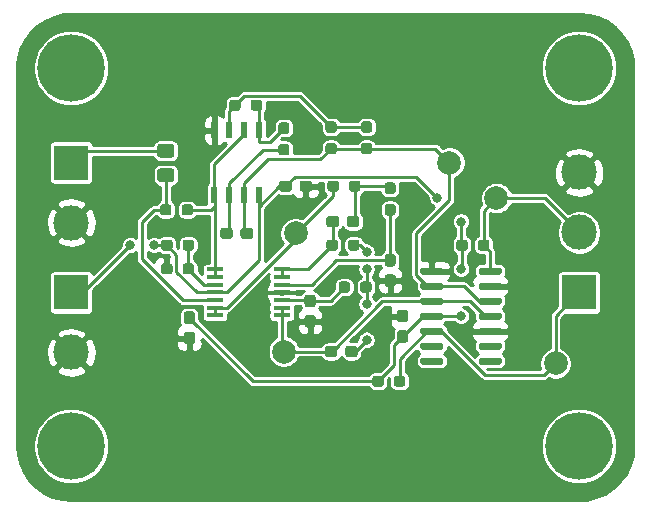
<source format=gtl>
G04 #@! TF.GenerationSoftware,KiCad,Pcbnew,(5.1.9)-1*
G04 #@! TF.CreationDate,2021-08-16T02:32:56+12:00*
G04 #@! TF.ProjectId,Input,496e7075-742e-46b6-9963-61645f706362,rev?*
G04 #@! TF.SameCoordinates,Original*
G04 #@! TF.FileFunction,Copper,L1,Top*
G04 #@! TF.FilePolarity,Positive*
%FSLAX46Y46*%
G04 Gerber Fmt 4.6, Leading zero omitted, Abs format (unit mm)*
G04 Created by KiCad (PCBNEW (5.1.9)-1) date 2021-08-16 02:32:56*
%MOMM*%
%LPD*%
G01*
G04 APERTURE LIST*
G04 #@! TA.AperFunction,SMDPad,CuDef*
%ADD10R,0.533400X1.460500*%
G04 #@! TD*
G04 #@! TA.AperFunction,SMDPad,CuDef*
%ADD11R,1.473200X0.355600*%
G04 #@! TD*
G04 #@! TA.AperFunction,SMDPad,CuDef*
%ADD12C,2.000000*%
G04 #@! TD*
G04 #@! TA.AperFunction,ComponentPad*
%ADD13C,3.000000*%
G04 #@! TD*
G04 #@! TA.AperFunction,ComponentPad*
%ADD14R,3.000000X3.000000*%
G04 #@! TD*
G04 #@! TA.AperFunction,ComponentPad*
%ADD15C,5.700000*%
G04 #@! TD*
G04 #@! TA.AperFunction,ViaPad*
%ADD16C,0.800000*%
G04 #@! TD*
G04 #@! TA.AperFunction,ViaPad*
%ADD17C,0.500000*%
G04 #@! TD*
G04 #@! TA.AperFunction,Conductor*
%ADD18C,0.250000*%
G04 #@! TD*
G04 #@! TA.AperFunction,Conductor*
%ADD19C,0.254000*%
G04 #@! TD*
G04 #@! TA.AperFunction,Conductor*
%ADD20C,0.100000*%
G04 #@! TD*
G04 APERTURE END LIST*
G04 #@! TA.AperFunction,SMDPad,CuDef*
G36*
G01*
X149425000Y406762500D02*
X149425000Y407237500D01*
G75*
G02*
X149662500Y407475000I237500J0D01*
G01*
X150162500Y407475000D01*
G75*
G02*
X150400000Y407237500I0J-237500D01*
G01*
X150400000Y406762500D01*
G75*
G02*
X150162500Y406525000I-237500J0D01*
G01*
X149662500Y406525000D01*
G75*
G02*
X149425000Y406762500I0J237500D01*
G01*
G37*
G04 #@! TD.AperFunction*
G04 #@! TA.AperFunction,SMDPad,CuDef*
G36*
G01*
X147600000Y406762500D02*
X147600000Y407237500D01*
G75*
G02*
X147837500Y407475000I237500J0D01*
G01*
X148337500Y407475000D01*
G75*
G02*
X148575000Y407237500I0J-237500D01*
G01*
X148575000Y406762500D01*
G75*
G02*
X148337500Y406525000I-237500J0D01*
G01*
X147837500Y406525000D01*
G75*
G02*
X147600000Y406762500I0J237500D01*
G01*
G37*
G04 #@! TD.AperFunction*
G04 #@! TA.AperFunction,SMDPad,CuDef*
G36*
G01*
X148575000Y405237500D02*
X148575000Y404762500D01*
G75*
G02*
X148337500Y404525000I-237500J0D01*
G01*
X147837500Y404525000D01*
G75*
G02*
X147600000Y404762500I0J237500D01*
G01*
X147600000Y405237500D01*
G75*
G02*
X147837500Y405475000I237500J0D01*
G01*
X148337500Y405475000D01*
G75*
G02*
X148575000Y405237500I0J-237500D01*
G01*
G37*
G04 #@! TD.AperFunction*
G04 #@! TA.AperFunction,SMDPad,CuDef*
G36*
G01*
X150400000Y405237500D02*
X150400000Y404762500D01*
G75*
G02*
X150162500Y404525000I-237500J0D01*
G01*
X149662500Y404525000D01*
G75*
G02*
X149425000Y404762500I0J237500D01*
G01*
X149425000Y405237500D01*
G75*
G02*
X149662500Y405475000I237500J0D01*
G01*
X150162500Y405475000D01*
G75*
G02*
X150400000Y405237500I0J-237500D01*
G01*
G37*
G04 #@! TD.AperFunction*
G04 #@! TA.AperFunction,SMDPad,CuDef*
G36*
G01*
X149762500Y399675000D02*
X150237500Y399675000D01*
G75*
G02*
X150475000Y399437500I0J-237500D01*
G01*
X150475000Y398837500D01*
G75*
G02*
X150237500Y398600000I-237500J0D01*
G01*
X149762500Y398600000D01*
G75*
G02*
X149525000Y398837500I0J237500D01*
G01*
X149525000Y399437500D01*
G75*
G02*
X149762500Y399675000I237500J0D01*
G01*
G37*
G04 #@! TD.AperFunction*
G04 #@! TA.AperFunction,SMDPad,CuDef*
G36*
G01*
X149762500Y401400000D02*
X150237500Y401400000D01*
G75*
G02*
X150475000Y401162500I0J-237500D01*
G01*
X150475000Y400562500D01*
G75*
G02*
X150237500Y400325000I-237500J0D01*
G01*
X149762500Y400325000D01*
G75*
G02*
X149525000Y400562500I0J237500D01*
G01*
X149525000Y401162500D01*
G75*
G02*
X149762500Y401400000I237500J0D01*
G01*
G37*
G04 #@! TD.AperFunction*
G04 #@! TA.AperFunction,SMDPad,CuDef*
G36*
G01*
X158237500Y416425000D02*
X157762500Y416425000D01*
G75*
G02*
X157525000Y416662500I0J237500D01*
G01*
X157525000Y417162500D01*
G75*
G02*
X157762500Y417400000I237500J0D01*
G01*
X158237500Y417400000D01*
G75*
G02*
X158475000Y417162500I0J-237500D01*
G01*
X158475000Y416662500D01*
G75*
G02*
X158237500Y416425000I-237500J0D01*
G01*
G37*
G04 #@! TD.AperFunction*
G04 #@! TA.AperFunction,SMDPad,CuDef*
G36*
G01*
X158237500Y414600000D02*
X157762500Y414600000D01*
G75*
G02*
X157525000Y414837500I0J237500D01*
G01*
X157525000Y415337500D01*
G75*
G02*
X157762500Y415575000I237500J0D01*
G01*
X158237500Y415575000D01*
G75*
G02*
X158475000Y415337500I0J-237500D01*
G01*
X158475000Y414837500D01*
G75*
G02*
X158237500Y414600000I-237500J0D01*
G01*
G37*
G04 #@! TD.AperFunction*
G04 #@! TA.AperFunction,SMDPad,CuDef*
G36*
G01*
X153675000Y408237500D02*
X153675000Y407762500D01*
G75*
G02*
X153437500Y407525000I-237500J0D01*
G01*
X152837500Y407525000D01*
G75*
G02*
X152600000Y407762500I0J237500D01*
G01*
X152600000Y408237500D01*
G75*
G02*
X152837500Y408475000I237500J0D01*
G01*
X153437500Y408475000D01*
G75*
G02*
X153675000Y408237500I0J-237500D01*
G01*
G37*
G04 #@! TD.AperFunction*
G04 #@! TA.AperFunction,SMDPad,CuDef*
G36*
G01*
X155400000Y408237500D02*
X155400000Y407762500D01*
G75*
G02*
X155162500Y407525000I-237500J0D01*
G01*
X154562500Y407525000D01*
G75*
G02*
X154325000Y407762500I0J237500D01*
G01*
X154325000Y408237500D01*
G75*
G02*
X154562500Y408475000I237500J0D01*
G01*
X155162500Y408475000D01*
G75*
G02*
X155400000Y408237500I0J-237500D01*
G01*
G37*
G04 #@! TD.AperFunction*
G04 #@! TA.AperFunction,SMDPad,CuDef*
G36*
G01*
X168297500Y400465000D02*
X167822500Y400465000D01*
G75*
G02*
X167585000Y400702500I0J237500D01*
G01*
X167585000Y401302500D01*
G75*
G02*
X167822500Y401540000I237500J0D01*
G01*
X168297500Y401540000D01*
G75*
G02*
X168535000Y401302500I0J-237500D01*
G01*
X168535000Y400702500D01*
G75*
G02*
X168297500Y400465000I-237500J0D01*
G01*
G37*
G04 #@! TD.AperFunction*
G04 #@! TA.AperFunction,SMDPad,CuDef*
G36*
G01*
X168297500Y398740000D02*
X167822500Y398740000D01*
G75*
G02*
X167585000Y398977500I0J237500D01*
G01*
X167585000Y399577500D01*
G75*
G02*
X167822500Y399815000I237500J0D01*
G01*
X168297500Y399815000D01*
G75*
G02*
X168535000Y399577500I0J-237500D01*
G01*
X168535000Y398977500D01*
G75*
G02*
X168297500Y398740000I-237500J0D01*
G01*
G37*
G04 #@! TD.AperFunction*
G04 #@! TA.AperFunction,SMDPad,CuDef*
G36*
G01*
X159325000Y411762500D02*
X159325000Y412237500D01*
G75*
G02*
X159562500Y412475000I237500J0D01*
G01*
X160162500Y412475000D01*
G75*
G02*
X160400000Y412237500I0J-237500D01*
G01*
X160400000Y411762500D01*
G75*
G02*
X160162500Y411525000I-237500J0D01*
G01*
X159562500Y411525000D01*
G75*
G02*
X159325000Y411762500I0J237500D01*
G01*
G37*
G04 #@! TD.AperFunction*
G04 #@! TA.AperFunction,SMDPad,CuDef*
G36*
G01*
X157600000Y411762500D02*
X157600000Y412237500D01*
G75*
G02*
X157837500Y412475000I237500J0D01*
G01*
X158437500Y412475000D01*
G75*
G02*
X158675000Y412237500I0J-237500D01*
G01*
X158675000Y411762500D01*
G75*
G02*
X158437500Y411525000I-237500J0D01*
G01*
X157837500Y411525000D01*
G75*
G02*
X157600000Y411762500I0J237500D01*
G01*
G37*
G04 #@! TD.AperFunction*
G04 #@! TA.AperFunction,SMDPad,CuDef*
G36*
G01*
X171500000Y397340000D02*
X171500000Y397040000D01*
G75*
G02*
X171350000Y396890000I-150000J0D01*
G01*
X169700000Y396890000D01*
G75*
G02*
X169550000Y397040000I0J150000D01*
G01*
X169550000Y397340000D01*
G75*
G02*
X169700000Y397490000I150000J0D01*
G01*
X171350000Y397490000D01*
G75*
G02*
X171500000Y397340000I0J-150000D01*
G01*
G37*
G04 #@! TD.AperFunction*
G04 #@! TA.AperFunction,SMDPad,CuDef*
G36*
G01*
X171500000Y398610000D02*
X171500000Y398310000D01*
G75*
G02*
X171350000Y398160000I-150000J0D01*
G01*
X169700000Y398160000D01*
G75*
G02*
X169550000Y398310000I0J150000D01*
G01*
X169550000Y398610000D01*
G75*
G02*
X169700000Y398760000I150000J0D01*
G01*
X171350000Y398760000D01*
G75*
G02*
X171500000Y398610000I0J-150000D01*
G01*
G37*
G04 #@! TD.AperFunction*
G04 #@! TA.AperFunction,SMDPad,CuDef*
G36*
G01*
X171500000Y399880000D02*
X171500000Y399580000D01*
G75*
G02*
X171350000Y399430000I-150000J0D01*
G01*
X169700000Y399430000D01*
G75*
G02*
X169550000Y399580000I0J150000D01*
G01*
X169550000Y399880000D01*
G75*
G02*
X169700000Y400030000I150000J0D01*
G01*
X171350000Y400030000D01*
G75*
G02*
X171500000Y399880000I0J-150000D01*
G01*
G37*
G04 #@! TD.AperFunction*
G04 #@! TA.AperFunction,SMDPad,CuDef*
G36*
G01*
X171500000Y401150000D02*
X171500000Y400850000D01*
G75*
G02*
X171350000Y400700000I-150000J0D01*
G01*
X169700000Y400700000D01*
G75*
G02*
X169550000Y400850000I0J150000D01*
G01*
X169550000Y401150000D01*
G75*
G02*
X169700000Y401300000I150000J0D01*
G01*
X171350000Y401300000D01*
G75*
G02*
X171500000Y401150000I0J-150000D01*
G01*
G37*
G04 #@! TD.AperFunction*
G04 #@! TA.AperFunction,SMDPad,CuDef*
G36*
G01*
X171500000Y402420000D02*
X171500000Y402120000D01*
G75*
G02*
X171350000Y401970000I-150000J0D01*
G01*
X169700000Y401970000D01*
G75*
G02*
X169550000Y402120000I0J150000D01*
G01*
X169550000Y402420000D01*
G75*
G02*
X169700000Y402570000I150000J0D01*
G01*
X171350000Y402570000D01*
G75*
G02*
X171500000Y402420000I0J-150000D01*
G01*
G37*
G04 #@! TD.AperFunction*
G04 #@! TA.AperFunction,SMDPad,CuDef*
G36*
G01*
X171500000Y403690000D02*
X171500000Y403390000D01*
G75*
G02*
X171350000Y403240000I-150000J0D01*
G01*
X169700000Y403240000D01*
G75*
G02*
X169550000Y403390000I0J150000D01*
G01*
X169550000Y403690000D01*
G75*
G02*
X169700000Y403840000I150000J0D01*
G01*
X171350000Y403840000D01*
G75*
G02*
X171500000Y403690000I0J-150000D01*
G01*
G37*
G04 #@! TD.AperFunction*
G04 #@! TA.AperFunction,SMDPad,CuDef*
G36*
G01*
X171500000Y404960000D02*
X171500000Y404660000D01*
G75*
G02*
X171350000Y404510000I-150000J0D01*
G01*
X169700000Y404510000D01*
G75*
G02*
X169550000Y404660000I0J150000D01*
G01*
X169550000Y404960000D01*
G75*
G02*
X169700000Y405110000I150000J0D01*
G01*
X171350000Y405110000D01*
G75*
G02*
X171500000Y404960000I0J-150000D01*
G01*
G37*
G04 #@! TD.AperFunction*
G04 #@! TA.AperFunction,SMDPad,CuDef*
G36*
G01*
X176450000Y404960000D02*
X176450000Y404660000D01*
G75*
G02*
X176300000Y404510000I-150000J0D01*
G01*
X174650000Y404510000D01*
G75*
G02*
X174500000Y404660000I0J150000D01*
G01*
X174500000Y404960000D01*
G75*
G02*
X174650000Y405110000I150000J0D01*
G01*
X176300000Y405110000D01*
G75*
G02*
X176450000Y404960000I0J-150000D01*
G01*
G37*
G04 #@! TD.AperFunction*
G04 #@! TA.AperFunction,SMDPad,CuDef*
G36*
G01*
X176450000Y403690000D02*
X176450000Y403390000D01*
G75*
G02*
X176300000Y403240000I-150000J0D01*
G01*
X174650000Y403240000D01*
G75*
G02*
X174500000Y403390000I0J150000D01*
G01*
X174500000Y403690000D01*
G75*
G02*
X174650000Y403840000I150000J0D01*
G01*
X176300000Y403840000D01*
G75*
G02*
X176450000Y403690000I0J-150000D01*
G01*
G37*
G04 #@! TD.AperFunction*
G04 #@! TA.AperFunction,SMDPad,CuDef*
G36*
G01*
X176450000Y402420000D02*
X176450000Y402120000D01*
G75*
G02*
X176300000Y401970000I-150000J0D01*
G01*
X174650000Y401970000D01*
G75*
G02*
X174500000Y402120000I0J150000D01*
G01*
X174500000Y402420000D01*
G75*
G02*
X174650000Y402570000I150000J0D01*
G01*
X176300000Y402570000D01*
G75*
G02*
X176450000Y402420000I0J-150000D01*
G01*
G37*
G04 #@! TD.AperFunction*
G04 #@! TA.AperFunction,SMDPad,CuDef*
G36*
G01*
X176450000Y401150000D02*
X176450000Y400850000D01*
G75*
G02*
X176300000Y400700000I-150000J0D01*
G01*
X174650000Y400700000D01*
G75*
G02*
X174500000Y400850000I0J150000D01*
G01*
X174500000Y401150000D01*
G75*
G02*
X174650000Y401300000I150000J0D01*
G01*
X176300000Y401300000D01*
G75*
G02*
X176450000Y401150000I0J-150000D01*
G01*
G37*
G04 #@! TD.AperFunction*
G04 #@! TA.AperFunction,SMDPad,CuDef*
G36*
G01*
X176450000Y399880000D02*
X176450000Y399580000D01*
G75*
G02*
X176300000Y399430000I-150000J0D01*
G01*
X174650000Y399430000D01*
G75*
G02*
X174500000Y399580000I0J150000D01*
G01*
X174500000Y399880000D01*
G75*
G02*
X174650000Y400030000I150000J0D01*
G01*
X176300000Y400030000D01*
G75*
G02*
X176450000Y399880000I0J-150000D01*
G01*
G37*
G04 #@! TD.AperFunction*
G04 #@! TA.AperFunction,SMDPad,CuDef*
G36*
G01*
X176450000Y398610000D02*
X176450000Y398310000D01*
G75*
G02*
X176300000Y398160000I-150000J0D01*
G01*
X174650000Y398160000D01*
G75*
G02*
X174500000Y398310000I0J150000D01*
G01*
X174500000Y398610000D01*
G75*
G02*
X174650000Y398760000I150000J0D01*
G01*
X176300000Y398760000D01*
G75*
G02*
X176450000Y398610000I0J-150000D01*
G01*
G37*
G04 #@! TD.AperFunction*
G04 #@! TA.AperFunction,SMDPad,CuDef*
G36*
G01*
X176450000Y397340000D02*
X176450000Y397040000D01*
G75*
G02*
X176300000Y396890000I-150000J0D01*
G01*
X174650000Y396890000D01*
G75*
G02*
X174500000Y397040000I0J150000D01*
G01*
X174500000Y397340000D01*
G75*
G02*
X174650000Y397490000I150000J0D01*
G01*
X176300000Y397490000D01*
G75*
G02*
X176450000Y397340000I0J-150000D01*
G01*
G37*
G04 #@! TD.AperFunction*
D10*
X155905000Y411275850D03*
X154635000Y411275850D03*
X153365000Y411275850D03*
X152095000Y411275850D03*
X152095000Y416724150D03*
X153365000Y416724150D03*
X154635000Y416724150D03*
X155905000Y416724150D03*
D11*
X157819400Y404949999D03*
X157819400Y404300000D03*
X157819400Y403649999D03*
X157819400Y403000000D03*
X157819400Y402349999D03*
X157819400Y401700000D03*
X157819400Y401049999D03*
X152180600Y401050001D03*
X152180600Y401700000D03*
X152180600Y402350001D03*
X152180600Y403000000D03*
X152180600Y403649999D03*
X152180600Y404300000D03*
X152180600Y404950001D03*
D12*
X159000000Y408000000D03*
X176000000Y411000000D03*
X181000000Y397000000D03*
X158000000Y398000000D03*
X172000000Y414000000D03*
G04 #@! TA.AperFunction,SMDPad,CuDef*
G36*
G01*
X174425000Y406762500D02*
X174425000Y407237500D01*
G75*
G02*
X174662500Y407475000I237500J0D01*
G01*
X175162500Y407475000D01*
G75*
G02*
X175400000Y407237500I0J-237500D01*
G01*
X175400000Y406762500D01*
G75*
G02*
X175162500Y406525000I-237500J0D01*
G01*
X174662500Y406525000D01*
G75*
G02*
X174425000Y406762500I0J237500D01*
G01*
G37*
G04 #@! TD.AperFunction*
G04 #@! TA.AperFunction,SMDPad,CuDef*
G36*
G01*
X172600000Y406762500D02*
X172600000Y407237500D01*
G75*
G02*
X172837500Y407475000I237500J0D01*
G01*
X173337500Y407475000D01*
G75*
G02*
X173575000Y407237500I0J-237500D01*
G01*
X173575000Y406762500D01*
G75*
G02*
X173337500Y406525000I-237500J0D01*
G01*
X172837500Y406525000D01*
G75*
G02*
X172600000Y406762500I0J237500D01*
G01*
G37*
G04 #@! TD.AperFunction*
G04 #@! TA.AperFunction,SMDPad,CuDef*
G36*
G01*
X167307500Y395242500D02*
X167307500Y395717500D01*
G75*
G02*
X167545000Y395955000I237500J0D01*
G01*
X168045000Y395955000D01*
G75*
G02*
X168282500Y395717500I0J-237500D01*
G01*
X168282500Y395242500D01*
G75*
G02*
X168045000Y395005000I-237500J0D01*
G01*
X167545000Y395005000D01*
G75*
G02*
X167307500Y395242500I0J237500D01*
G01*
G37*
G04 #@! TD.AperFunction*
G04 #@! TA.AperFunction,SMDPad,CuDef*
G36*
G01*
X165482500Y395242500D02*
X165482500Y395717500D01*
G75*
G02*
X165720000Y395955000I237500J0D01*
G01*
X166220000Y395955000D01*
G75*
G02*
X166457500Y395717500I0J-237500D01*
G01*
X166457500Y395242500D01*
G75*
G02*
X166220000Y395005000I-237500J0D01*
G01*
X165720000Y395005000D01*
G75*
G02*
X165482500Y395242500I0J237500D01*
G01*
G37*
G04 #@! TD.AperFunction*
G04 #@! TA.AperFunction,SMDPad,CuDef*
G36*
G01*
X164762500Y415662500D02*
X165237500Y415662500D01*
G75*
G02*
X165475000Y415425000I0J-237500D01*
G01*
X165475000Y414925000D01*
G75*
G02*
X165237500Y414687500I-237500J0D01*
G01*
X164762500Y414687500D01*
G75*
G02*
X164525000Y414925000I0J237500D01*
G01*
X164525000Y415425000D01*
G75*
G02*
X164762500Y415662500I237500J0D01*
G01*
G37*
G04 #@! TD.AperFunction*
G04 #@! TA.AperFunction,SMDPad,CuDef*
G36*
G01*
X164762500Y417487500D02*
X165237500Y417487500D01*
G75*
G02*
X165475000Y417250000I0J-237500D01*
G01*
X165475000Y416750000D01*
G75*
G02*
X165237500Y416512500I-237500J0D01*
G01*
X164762500Y416512500D01*
G75*
G02*
X164525000Y416750000I0J237500D01*
G01*
X164525000Y417250000D01*
G75*
G02*
X164762500Y417487500I237500J0D01*
G01*
G37*
G04 #@! TD.AperFunction*
G04 #@! TA.AperFunction,SMDPad,CuDef*
G36*
G01*
X161762500Y415662500D02*
X162237500Y415662500D01*
G75*
G02*
X162475000Y415425000I0J-237500D01*
G01*
X162475000Y414925000D01*
G75*
G02*
X162237500Y414687500I-237500J0D01*
G01*
X161762500Y414687500D01*
G75*
G02*
X161525000Y414925000I0J237500D01*
G01*
X161525000Y415425000D01*
G75*
G02*
X161762500Y415662500I237500J0D01*
G01*
G37*
G04 #@! TD.AperFunction*
G04 #@! TA.AperFunction,SMDPad,CuDef*
G36*
G01*
X161762500Y417487500D02*
X162237500Y417487500D01*
G75*
G02*
X162475000Y417250000I0J-237500D01*
G01*
X162475000Y416750000D01*
G75*
G02*
X162237500Y416512500I-237500J0D01*
G01*
X161762500Y416512500D01*
G75*
G02*
X161525000Y416750000I0J237500D01*
G01*
X161525000Y417250000D01*
G75*
G02*
X161762500Y417487500I237500J0D01*
G01*
G37*
G04 #@! TD.AperFunction*
G04 #@! TA.AperFunction,SMDPad,CuDef*
G36*
G01*
X156167500Y419087500D02*
X156167500Y418612500D01*
G75*
G02*
X155930000Y418375000I-237500J0D01*
G01*
X155430000Y418375000D01*
G75*
G02*
X155192500Y418612500I0J237500D01*
G01*
X155192500Y419087500D01*
G75*
G02*
X155430000Y419325000I237500J0D01*
G01*
X155930000Y419325000D01*
G75*
G02*
X156167500Y419087500I0J-237500D01*
G01*
G37*
G04 #@! TD.AperFunction*
G04 #@! TA.AperFunction,SMDPad,CuDef*
G36*
G01*
X154342500Y419087500D02*
X154342500Y418612500D01*
G75*
G02*
X154105000Y418375000I-237500J0D01*
G01*
X153605000Y418375000D01*
G75*
G02*
X153367500Y418612500I0J237500D01*
G01*
X153367500Y419087500D01*
G75*
G02*
X153605000Y419325000I237500J0D01*
G01*
X154105000Y419325000D01*
G75*
G02*
X154342500Y419087500I0J-237500D01*
G01*
G37*
G04 #@! TD.AperFunction*
G04 #@! TA.AperFunction,SMDPad,CuDef*
G36*
G01*
X163512500Y411762500D02*
X163512500Y412237500D01*
G75*
G02*
X163750000Y412475000I237500J0D01*
G01*
X164250000Y412475000D01*
G75*
G02*
X164487500Y412237500I0J-237500D01*
G01*
X164487500Y411762500D01*
G75*
G02*
X164250000Y411525000I-237500J0D01*
G01*
X163750000Y411525000D01*
G75*
G02*
X163512500Y411762500I0J237500D01*
G01*
G37*
G04 #@! TD.AperFunction*
G04 #@! TA.AperFunction,SMDPad,CuDef*
G36*
G01*
X161687500Y411762500D02*
X161687500Y412237500D01*
G75*
G02*
X161925000Y412475000I237500J0D01*
G01*
X162425000Y412475000D01*
G75*
G02*
X162662500Y412237500I0J-237500D01*
G01*
X162662500Y411762500D01*
G75*
G02*
X162425000Y411525000I-237500J0D01*
G01*
X161925000Y411525000D01*
G75*
G02*
X161687500Y411762500I0J237500D01*
G01*
G37*
G04 #@! TD.AperFunction*
G04 #@! TA.AperFunction,SMDPad,CuDef*
G36*
G01*
X166762500Y410487500D02*
X167237500Y410487500D01*
G75*
G02*
X167475000Y410250000I0J-237500D01*
G01*
X167475000Y409750000D01*
G75*
G02*
X167237500Y409512500I-237500J0D01*
G01*
X166762500Y409512500D01*
G75*
G02*
X166525000Y409750000I0J237500D01*
G01*
X166525000Y410250000D01*
G75*
G02*
X166762500Y410487500I237500J0D01*
G01*
G37*
G04 #@! TD.AperFunction*
G04 #@! TA.AperFunction,SMDPad,CuDef*
G36*
G01*
X166762500Y412312500D02*
X167237500Y412312500D01*
G75*
G02*
X167475000Y412075000I0J-237500D01*
G01*
X167475000Y411575000D01*
G75*
G02*
X167237500Y411337500I-237500J0D01*
G01*
X166762500Y411337500D01*
G75*
G02*
X166525000Y411575000I0J237500D01*
G01*
X166525000Y412075000D01*
G75*
G02*
X166762500Y412312500I237500J0D01*
G01*
G37*
G04 #@! TD.AperFunction*
G04 #@! TA.AperFunction,SMDPad,CuDef*
G36*
G01*
X163425000Y406762500D02*
X163425000Y407237500D01*
G75*
G02*
X163662500Y407475000I237500J0D01*
G01*
X164162500Y407475000D01*
G75*
G02*
X164400000Y407237500I0J-237500D01*
G01*
X164400000Y406762500D01*
G75*
G02*
X164162500Y406525000I-237500J0D01*
G01*
X163662500Y406525000D01*
G75*
G02*
X163425000Y406762500I0J237500D01*
G01*
G37*
G04 #@! TD.AperFunction*
G04 #@! TA.AperFunction,SMDPad,CuDef*
G36*
G01*
X161600000Y406762500D02*
X161600000Y407237500D01*
G75*
G02*
X161837500Y407475000I237500J0D01*
G01*
X162337500Y407475000D01*
G75*
G02*
X162575000Y407237500I0J-237500D01*
G01*
X162575000Y406762500D01*
G75*
G02*
X162337500Y406525000I-237500J0D01*
G01*
X161837500Y406525000D01*
G75*
G02*
X161600000Y406762500I0J237500D01*
G01*
G37*
G04 #@! TD.AperFunction*
G04 #@! TA.AperFunction,SMDPad,CuDef*
G36*
G01*
X163608200Y403691100D02*
X163608200Y403216100D01*
G75*
G02*
X163370700Y402978600I-237500J0D01*
G01*
X162870700Y402978600D01*
G75*
G02*
X162633200Y403216100I0J237500D01*
G01*
X162633200Y403691100D01*
G75*
G02*
X162870700Y403928600I237500J0D01*
G01*
X163370700Y403928600D01*
G75*
G02*
X163608200Y403691100I0J-237500D01*
G01*
G37*
G04 #@! TD.AperFunction*
G04 #@! TA.AperFunction,SMDPad,CuDef*
G36*
G01*
X165433200Y403691100D02*
X165433200Y403216100D01*
G75*
G02*
X165195700Y402978600I-237500J0D01*
G01*
X164695700Y402978600D01*
G75*
G02*
X164458200Y403216100I0J237500D01*
G01*
X164458200Y403691100D01*
G75*
G02*
X164695700Y403928600I237500J0D01*
G01*
X165195700Y403928600D01*
G75*
G02*
X165433200Y403691100I0J-237500D01*
G01*
G37*
G04 #@! TD.AperFunction*
G04 #@! TA.AperFunction,SMDPad,CuDef*
G36*
G01*
X148487500Y410237500D02*
X148487500Y409762500D01*
G75*
G02*
X148250000Y409525000I-237500J0D01*
G01*
X147750000Y409525000D01*
G75*
G02*
X147512500Y409762500I0J237500D01*
G01*
X147512500Y410237500D01*
G75*
G02*
X147750000Y410475000I237500J0D01*
G01*
X148250000Y410475000D01*
G75*
G02*
X148487500Y410237500I0J-237500D01*
G01*
G37*
G04 #@! TD.AperFunction*
G04 #@! TA.AperFunction,SMDPad,CuDef*
G36*
G01*
X150312500Y410237500D02*
X150312500Y409762500D01*
G75*
G02*
X150075000Y409525000I-237500J0D01*
G01*
X149575000Y409525000D01*
G75*
G02*
X149337500Y409762500I0J237500D01*
G01*
X149337500Y410237500D01*
G75*
G02*
X149575000Y410475000I237500J0D01*
G01*
X150075000Y410475000D01*
G75*
G02*
X150312500Y410237500I0J-237500D01*
G01*
G37*
G04 #@! TD.AperFunction*
D13*
X183000000Y413160000D03*
X183000000Y408080000D03*
D14*
X183000000Y403000000D03*
D13*
X140000000Y397920000D03*
D14*
X140000000Y403000000D03*
D13*
X140000000Y408920000D03*
D14*
X140000000Y414000000D03*
D15*
X183000000Y390000000D03*
X140000000Y390000000D03*
X183000000Y422000000D03*
X140000000Y422000000D03*
G04 #@! TA.AperFunction,SMDPad,CuDef*
G36*
G01*
X166762500Y404537500D02*
X167237500Y404537500D01*
G75*
G02*
X167475000Y404300000I0J-237500D01*
G01*
X167475000Y403700000D01*
G75*
G02*
X167237500Y403462500I-237500J0D01*
G01*
X166762500Y403462500D01*
G75*
G02*
X166525000Y403700000I0J237500D01*
G01*
X166525000Y404300000D01*
G75*
G02*
X166762500Y404537500I237500J0D01*
G01*
G37*
G04 #@! TD.AperFunction*
G04 #@! TA.AperFunction,SMDPad,CuDef*
G36*
G01*
X166762500Y406262500D02*
X167237500Y406262500D01*
G75*
G02*
X167475000Y406025000I0J-237500D01*
G01*
X167475000Y405425000D01*
G75*
G02*
X167237500Y405187500I-237500J0D01*
G01*
X166762500Y405187500D01*
G75*
G02*
X166525000Y405425000I0J237500D01*
G01*
X166525000Y406025000D01*
G75*
G02*
X166762500Y406262500I237500J0D01*
G01*
G37*
G04 #@! TD.AperFunction*
G04 #@! TA.AperFunction,SMDPad,CuDef*
G36*
G01*
X163325000Y408762500D02*
X163325000Y409237500D01*
G75*
G02*
X163562500Y409475000I237500J0D01*
G01*
X164162500Y409475000D01*
G75*
G02*
X164400000Y409237500I0J-237500D01*
G01*
X164400000Y408762500D01*
G75*
G02*
X164162500Y408525000I-237500J0D01*
G01*
X163562500Y408525000D01*
G75*
G02*
X163325000Y408762500I0J237500D01*
G01*
G37*
G04 #@! TD.AperFunction*
G04 #@! TA.AperFunction,SMDPad,CuDef*
G36*
G01*
X161600000Y408762500D02*
X161600000Y409237500D01*
G75*
G02*
X161837500Y409475000I237500J0D01*
G01*
X162437500Y409475000D01*
G75*
G02*
X162675000Y409237500I0J-237500D01*
G01*
X162675000Y408762500D01*
G75*
G02*
X162437500Y408525000I-237500J0D01*
G01*
X161837500Y408525000D01*
G75*
G02*
X161600000Y408762500I0J237500D01*
G01*
G37*
G04 #@! TD.AperFunction*
G04 #@! TA.AperFunction,SMDPad,CuDef*
G36*
G01*
X159985700Y401096600D02*
X160460700Y401096600D01*
G75*
G02*
X160698200Y400859100I0J-237500D01*
G01*
X160698200Y400259100D01*
G75*
G02*
X160460700Y400021600I-237500J0D01*
G01*
X159985700Y400021600D01*
G75*
G02*
X159748200Y400259100I0J237500D01*
G01*
X159748200Y400859100D01*
G75*
G02*
X159985700Y401096600I237500J0D01*
G01*
G37*
G04 #@! TD.AperFunction*
G04 #@! TA.AperFunction,SMDPad,CuDef*
G36*
G01*
X159985700Y402821600D02*
X160460700Y402821600D01*
G75*
G02*
X160698200Y402584100I0J-237500D01*
G01*
X160698200Y401984100D01*
G75*
G02*
X160460700Y401746600I-237500J0D01*
G01*
X159985700Y401746600D01*
G75*
G02*
X159748200Y401984100I0J237500D01*
G01*
X159748200Y402584100D01*
G75*
G02*
X159985700Y402821600I237500J0D01*
G01*
G37*
G04 #@! TD.AperFunction*
G04 #@! TA.AperFunction,SMDPad,CuDef*
G36*
G01*
X162537500Y398237500D02*
X162537500Y397762500D01*
G75*
G02*
X162300000Y397525000I-237500J0D01*
G01*
X161700000Y397525000D01*
G75*
G02*
X161462500Y397762500I0J237500D01*
G01*
X161462500Y398237500D01*
G75*
G02*
X161700000Y398475000I237500J0D01*
G01*
X162300000Y398475000D01*
G75*
G02*
X162537500Y398237500I0J-237500D01*
G01*
G37*
G04 #@! TD.AperFunction*
G04 #@! TA.AperFunction,SMDPad,CuDef*
G36*
G01*
X164262500Y398237500D02*
X164262500Y397762500D01*
G75*
G02*
X164025000Y397525000I-237500J0D01*
G01*
X163425000Y397525000D01*
G75*
G02*
X163187500Y397762500I0J237500D01*
G01*
X163187500Y398237500D01*
G75*
G02*
X163425000Y398475000I237500J0D01*
G01*
X164025000Y398475000D01*
G75*
G02*
X164262500Y398237500I0J-237500D01*
G01*
G37*
G04 #@! TD.AperFunction*
G04 #@! TA.AperFunction,SMDPad,CuDef*
G36*
G01*
X148475000Y414412500D02*
X147525000Y414412500D01*
G75*
G02*
X147275000Y414662500I0J250000D01*
G01*
X147275000Y415337500D01*
G75*
G02*
X147525000Y415587500I250000J0D01*
G01*
X148475000Y415587500D01*
G75*
G02*
X148725000Y415337500I0J-250000D01*
G01*
X148725000Y414662500D01*
G75*
G02*
X148475000Y414412500I-250000J0D01*
G01*
G37*
G04 #@! TD.AperFunction*
G04 #@! TA.AperFunction,SMDPad,CuDef*
G36*
G01*
X148475000Y412337500D02*
X147525000Y412337500D01*
G75*
G02*
X147275000Y412587500I0J250000D01*
G01*
X147275000Y413262500D01*
G75*
G02*
X147525000Y413512500I250000J0D01*
G01*
X148475000Y413512500D01*
G75*
G02*
X148725000Y413262500I0J-250000D01*
G01*
X148725000Y412587500D01*
G75*
G02*
X148475000Y412337500I-250000J0D01*
G01*
G37*
G04 #@! TD.AperFunction*
D16*
X165000000Y406450000D03*
X165000000Y405000000D03*
X165000000Y399000000D03*
X165000000Y402000000D03*
D17*
X159910000Y410580000D03*
X158890000Y410590000D03*
X168420000Y403930000D03*
X168420000Y405030000D03*
X168490000Y403040000D03*
X161690000Y400530000D03*
X161700000Y401420000D03*
X161720000Y399620000D03*
X166390000Y401250000D03*
X160370000Y397050000D03*
X154460000Y398370000D03*
X152560000Y399760000D03*
X156040000Y403050000D03*
X154850000Y401850000D03*
X146870000Y406050000D03*
X148110000Y406000000D03*
X166430000Y397340000D03*
X170040000Y406210000D03*
X171100000Y406210000D03*
D16*
X145000000Y407000000D03*
X147000000Y407000000D03*
X171000000Y411000000D03*
X173000000Y409000000D03*
X173000000Y405000000D03*
X173000000Y401000000D03*
D18*
X141000000Y415000000D02*
X140000000Y414000000D01*
X148000000Y415000000D02*
X141000000Y415000000D01*
X148000000Y410000000D02*
X148000000Y412925000D01*
X148000000Y410000000D02*
X147000000Y410000000D01*
X147000000Y410000000D02*
X146000000Y409000000D01*
X149454489Y402350001D02*
X152180600Y402350001D01*
X146000000Y405804490D02*
X149454489Y402350001D01*
X146000000Y409000000D02*
X146000000Y405804490D01*
X157819400Y401700000D02*
X157819400Y401049999D01*
X157819400Y398180600D02*
X158000000Y398000000D01*
X157819400Y401049999D02*
X157819400Y398180600D01*
X158000000Y398000000D02*
X162000000Y398000000D01*
X170525000Y402270000D02*
X171500000Y402270000D01*
X170525000Y402270000D02*
X173730000Y402270000D01*
X175000000Y401000000D02*
X175475000Y401000000D01*
X173730000Y402270000D02*
X175000000Y401000000D01*
X162064400Y398000000D02*
X162000000Y398000000D01*
X166334400Y402270000D02*
X162064400Y398000000D01*
X170525000Y402270000D02*
X166334400Y402270000D01*
X164450000Y407000000D02*
X165000000Y406450000D01*
X163912500Y407000000D02*
X164450000Y407000000D01*
X164000000Y398000000D02*
X165000000Y399000000D01*
X163725000Y398000000D02*
X164000000Y398000000D01*
X165000000Y403507900D02*
X164945700Y403453600D01*
X165000000Y405000000D02*
X165000000Y403507900D01*
X165000000Y403399300D02*
X164945700Y403453600D01*
X165000000Y402000000D02*
X165000000Y403399300D01*
X160157301Y402349999D02*
X160223200Y402284100D01*
X157819400Y402349999D02*
X160157301Y402349999D01*
X161951200Y402284100D02*
X163120700Y403453600D01*
X160223200Y402284100D02*
X161951200Y402284100D01*
X164000000Y412000000D02*
X164000000Y411825000D01*
X164175000Y411825000D02*
X164000000Y412000000D01*
X164000000Y409137500D02*
X163862500Y409000000D01*
X164000000Y412000000D02*
X164000000Y409137500D01*
X166825000Y412000000D02*
X167000000Y411825000D01*
X164000000Y412000000D02*
X166825000Y412000000D01*
X157819400Y404300000D02*
X157819400Y404949999D01*
X160037499Y404949999D02*
X162087500Y407000000D01*
X157819400Y404949999D02*
X160037499Y404949999D01*
X162137500Y407050000D02*
X162087500Y407000000D01*
X162137500Y409000000D02*
X162137500Y407050000D01*
X167000000Y410000000D02*
X167137500Y410000000D01*
X167000000Y410000000D02*
X167000000Y409512500D01*
X160366989Y403649999D02*
X162441990Y405725000D01*
X157819400Y403649999D02*
X160366989Y403649999D01*
X167000000Y410000000D02*
X167000000Y405725000D01*
X167000000Y405725000D02*
X162441990Y405725000D01*
X153365000Y408227500D02*
X153137500Y408000000D01*
X153365000Y410275850D02*
X153365000Y408227500D01*
X153365000Y410927500D02*
X153365000Y410275850D01*
X158000000Y415087500D02*
X157525000Y415087500D01*
X156196400Y415087500D02*
X158000000Y415087500D01*
X153365000Y412256100D02*
X156196400Y415087500D01*
X153365000Y411275850D02*
X153365000Y412256100D01*
X154635000Y408227500D02*
X154862500Y408000000D01*
X154635000Y410275850D02*
X154635000Y408227500D01*
X162000000Y415175000D02*
X165000000Y415175000D01*
X170825000Y415175000D02*
X172000000Y414000000D01*
X165000000Y415175000D02*
X170825000Y415175000D01*
X173230000Y403540000D02*
X170525000Y403540000D01*
X174500000Y402270000D02*
X173230000Y403540000D01*
X175475000Y402270000D02*
X174500000Y402270000D01*
X161099990Y414274990D02*
X162000000Y415175000D01*
X154635000Y410275850D02*
X154635000Y411256100D01*
X170148232Y403540000D02*
X170525000Y403540000D01*
X169224990Y404463242D02*
X170148232Y403540000D01*
X169224990Y408029480D02*
X169224990Y404463242D01*
X172000000Y410804490D02*
X169224990Y408029480D01*
X172000000Y414000000D02*
X172000000Y410804490D01*
X156653890Y414274990D02*
X157904990Y414274990D01*
X154635000Y412256100D02*
X156653890Y414274990D01*
X154635000Y411275850D02*
X154635000Y412256100D01*
X157904990Y414274990D02*
X161099990Y414274990D01*
X157653890Y414274990D02*
X157904990Y414274990D01*
X157629150Y412000000D02*
X155905000Y410275850D01*
X158137500Y412000000D02*
X157629150Y412000000D01*
X153167200Y403000000D02*
X152180600Y403000000D01*
X155905000Y405737800D02*
X153167200Y403000000D01*
X155905000Y410275850D02*
X155905000Y405737800D01*
X141000000Y403000000D02*
X145000000Y407000000D01*
X140000000Y403000000D02*
X141000000Y403000000D01*
X147000000Y407000000D02*
X148087500Y407000000D01*
X148900010Y406187490D02*
X148087500Y407000000D01*
X148900010Y404729480D02*
X148900010Y406187490D01*
X150629490Y403000000D02*
X148900010Y404729480D01*
X152180600Y403000000D02*
X150629490Y403000000D01*
X150000000Y400470510D02*
X150000000Y400862500D01*
X169199990Y412800010D02*
X171000000Y411000000D01*
X158937510Y412800010D02*
X169199990Y412800010D01*
X158137500Y412000000D02*
X158937510Y412800010D01*
X173000000Y407087500D02*
X173087500Y407000000D01*
X173000000Y409000000D02*
X173000000Y407087500D01*
X173087500Y405087500D02*
X173000000Y405000000D01*
X173087500Y407000000D02*
X173087500Y405087500D01*
X173000000Y401000000D02*
X171000000Y401000000D01*
X155362500Y395500000D02*
X150000000Y400862500D01*
X169782500Y401000000D02*
X170525000Y401000000D01*
X168060000Y399277500D02*
X169782500Y401000000D01*
X168060000Y399277500D02*
X168060000Y398972500D01*
X165950000Y395500000D02*
X165970000Y395480000D01*
X164350000Y395500000D02*
X165950000Y395500000D01*
X164600000Y395500000D02*
X164350000Y395500000D01*
X164350000Y395500000D02*
X155362500Y395500000D01*
X167344990Y396854990D02*
X165970000Y395480000D01*
X167344990Y398562490D02*
X167344990Y396854990D01*
X168060000Y399277500D02*
X167344990Y398562490D01*
X155905000Y410275850D02*
X155905000Y411275850D01*
X175475000Y406437500D02*
X174912500Y407000000D01*
X175475000Y404810000D02*
X175475000Y406437500D01*
X174912500Y409912500D02*
X176000000Y411000000D01*
X174912500Y407000000D02*
X174912500Y409912500D01*
X180080000Y411000000D02*
X183000000Y408080000D01*
X176000000Y411000000D02*
X180080000Y411000000D01*
X180000001Y396000001D02*
X181000000Y397000000D01*
X175018231Y396000001D02*
X180000001Y396000001D01*
X171288232Y399730000D02*
X175018231Y396000001D01*
X170525000Y399730000D02*
X171288232Y399730000D01*
X181000000Y401000000D02*
X183000000Y403000000D01*
X181000000Y397000000D02*
X181000000Y401000000D01*
X170148232Y399730000D02*
X170525000Y399730000D01*
X167795000Y397376768D02*
X170148232Y399730000D01*
X167795000Y395480000D02*
X167795000Y397376768D01*
X149912500Y407000000D02*
X149912500Y405000000D01*
X151262501Y403649999D02*
X152180600Y403649999D01*
X149912500Y405000000D02*
X151262501Y403649999D01*
X151819150Y410000000D02*
X152095000Y410275850D01*
X149825000Y410000000D02*
X151819150Y410000000D01*
X152180600Y404300000D02*
X152180600Y404950001D01*
X152180600Y410190250D02*
X152095000Y410275850D01*
X152180600Y404950001D02*
X152180600Y410190250D01*
X152180600Y411190250D02*
X152095000Y411275850D01*
X152180600Y410190250D02*
X152180600Y411190250D01*
X154635000Y416412198D02*
X154635000Y416724150D01*
X152095000Y413872198D02*
X154635000Y416412198D01*
X152095000Y411275850D02*
X152095000Y413872198D01*
X152180600Y401700000D02*
X152180600Y401050001D01*
X153167200Y401700000D02*
X159000000Y407532800D01*
X159000000Y407532800D02*
X159000000Y408000000D01*
X152180600Y401700000D02*
X153167200Y401700000D01*
X162175000Y411175000D02*
X162175000Y412000000D01*
X159000000Y408000000D02*
X162175000Y411175000D01*
X162000000Y417000000D02*
X165000000Y417000000D01*
X162000000Y417000000D02*
X162000000Y417010000D01*
X162000000Y417000000D02*
X161990000Y417000000D01*
X153365000Y418360000D02*
X153855000Y418850000D01*
X153365000Y416724150D02*
X153365000Y418360000D01*
X153855000Y418850000D02*
X153855000Y418855000D01*
X159349990Y419650010D02*
X162000000Y417000000D01*
X154650010Y419650010D02*
X159349990Y419650010D01*
X153855000Y418855000D02*
X154650010Y419650010D01*
X155905000Y415724150D02*
X156188350Y415724150D01*
X156811650Y415724150D02*
X158000000Y416912500D01*
X155905000Y415724150D02*
X156811650Y415724150D01*
X155905000Y418625000D02*
X155680000Y418850000D01*
X155905000Y415724150D02*
X155905000Y418625000D01*
D19*
X183813246Y426519806D02*
X184600773Y426304362D01*
X185337716Y425952859D01*
X186000760Y425476413D01*
X186568956Y424890081D01*
X187024338Y424212400D01*
X187352519Y423464784D01*
X187543870Y422667749D01*
X187594000Y421985108D01*
X187594001Y390018096D01*
X187519806Y389186754D01*
X187304362Y388399226D01*
X186952859Y387662284D01*
X186476413Y386999240D01*
X185890081Y386431044D01*
X185212400Y385975662D01*
X184464784Y385647481D01*
X183667749Y385456130D01*
X182985108Y385406000D01*
X140018085Y385406000D01*
X139186754Y385480194D01*
X138399226Y385695638D01*
X137662284Y386047141D01*
X136999240Y386523587D01*
X136431044Y387109919D01*
X135975662Y387787600D01*
X135647481Y388535216D01*
X135456130Y389332251D01*
X135406000Y390014892D01*
X135406000Y390318226D01*
X136769000Y390318226D01*
X136769000Y389681774D01*
X136893166Y389057552D01*
X137136725Y388469548D01*
X137490319Y387940358D01*
X137940358Y387490319D01*
X138469548Y387136725D01*
X139057552Y386893166D01*
X139681774Y386769000D01*
X140318226Y386769000D01*
X140942448Y386893166D01*
X141530452Y387136725D01*
X142059642Y387490319D01*
X142509681Y387940358D01*
X142863275Y388469548D01*
X143106834Y389057552D01*
X143231000Y389681774D01*
X143231000Y390318226D01*
X179769000Y390318226D01*
X179769000Y389681774D01*
X179893166Y389057552D01*
X180136725Y388469548D01*
X180490319Y387940358D01*
X180940358Y387490319D01*
X181469548Y387136725D01*
X182057552Y386893166D01*
X182681774Y386769000D01*
X183318226Y386769000D01*
X183942448Y386893166D01*
X184530452Y387136725D01*
X185059642Y387490319D01*
X185509681Y387940358D01*
X185863275Y388469548D01*
X186106834Y389057552D01*
X186231000Y389681774D01*
X186231000Y390318226D01*
X186106834Y390942448D01*
X185863275Y391530452D01*
X185509681Y392059642D01*
X185059642Y392509681D01*
X184530452Y392863275D01*
X183942448Y393106834D01*
X183318226Y393231000D01*
X182681774Y393231000D01*
X182057552Y393106834D01*
X181469548Y392863275D01*
X180940358Y392509681D01*
X180490319Y392059642D01*
X180136725Y391530452D01*
X179893166Y390942448D01*
X179769000Y390318226D01*
X143231000Y390318226D01*
X143106834Y390942448D01*
X142863275Y391530452D01*
X142509681Y392059642D01*
X142059642Y392509681D01*
X141530452Y392863275D01*
X140942448Y393106834D01*
X140318226Y393231000D01*
X139681774Y393231000D01*
X139057552Y393106834D01*
X138469548Y392863275D01*
X137940358Y392509681D01*
X137490319Y392059642D01*
X137136725Y391530452D01*
X136893166Y390942448D01*
X136769000Y390318226D01*
X135406000Y390318226D01*
X135406000Y396428347D01*
X138687952Y396428347D01*
X138843962Y396112786D01*
X139218745Y395921980D01*
X139623551Y395807956D01*
X140042824Y395775098D01*
X140460451Y395824666D01*
X140860383Y395954757D01*
X141156038Y396112786D01*
X141312048Y396428347D01*
X140000000Y397740395D01*
X138687952Y396428347D01*
X135406000Y396428347D01*
X135406000Y397877176D01*
X137855098Y397877176D01*
X137904666Y397459549D01*
X138034757Y397059617D01*
X138192786Y396763962D01*
X138508347Y396607952D01*
X139820395Y397920000D01*
X140179605Y397920000D01*
X141491653Y396607952D01*
X141807214Y396763962D01*
X141998020Y397138745D01*
X142112044Y397543551D01*
X142144902Y397962824D01*
X142095334Y398380451D01*
X142023919Y398600000D01*
X148886928Y398600000D01*
X148899188Y398475518D01*
X148935498Y398355820D01*
X148994463Y398245506D01*
X149073815Y398148815D01*
X149170506Y398069463D01*
X149280820Y398010498D01*
X149400518Y397974188D01*
X149525000Y397961928D01*
X149714250Y397965000D01*
X149873000Y398123750D01*
X149873000Y399010500D01*
X149048750Y399010500D01*
X148890000Y398851750D01*
X148886928Y398600000D01*
X142023919Y398600000D01*
X141965243Y398780383D01*
X141807214Y399076038D01*
X141491653Y399232048D01*
X140179605Y397920000D01*
X139820395Y397920000D01*
X138508347Y399232048D01*
X138192786Y399076038D01*
X138001980Y398701255D01*
X137887956Y398296449D01*
X137855098Y397877176D01*
X135406000Y397877176D01*
X135406000Y399411653D01*
X138687952Y399411653D01*
X140000000Y398099605D01*
X141312048Y399411653D01*
X141156038Y399727214D01*
X140781255Y399918020D01*
X140376449Y400032044D01*
X139957176Y400064902D01*
X139539549Y400015334D01*
X139139617Y399885243D01*
X138843962Y399727214D01*
X138687952Y399411653D01*
X135406000Y399411653D01*
X135406000Y404500000D01*
X138117157Y404500000D01*
X138117157Y401500000D01*
X138124513Y401425311D01*
X138146299Y401353492D01*
X138181678Y401287304D01*
X138229289Y401229289D01*
X138287304Y401181678D01*
X138353492Y401146299D01*
X138425311Y401124513D01*
X138500000Y401117157D01*
X141500000Y401117157D01*
X141574689Y401124513D01*
X141646508Y401146299D01*
X141712696Y401181678D01*
X141770711Y401229289D01*
X141818322Y401287304D01*
X141853701Y401353492D01*
X141875487Y401425311D01*
X141882843Y401500000D01*
X141882843Y403167252D01*
X144934592Y406219000D01*
X145076922Y406219000D01*
X145227809Y406249013D01*
X145369942Y406307887D01*
X145494001Y406390780D01*
X145494001Y405829346D01*
X145491553Y405804490D01*
X145501322Y405705298D01*
X145530255Y405609916D01*
X145542905Y405586250D01*
X145577242Y405522011D01*
X145640474Y405444963D01*
X145659781Y405429118D01*
X149079117Y402009781D01*
X149094962Y401990474D01*
X149172010Y401927242D01*
X149233277Y401894494D01*
X149259914Y401880256D01*
X149355295Y401851323D01*
X149365183Y401850349D01*
X149429635Y401844001D01*
X149429642Y401844001D01*
X149454488Y401841554D01*
X149479334Y401844001D01*
X151061157Y401844001D01*
X151061157Y401522200D01*
X151068513Y401447511D01*
X151090299Y401375692D01*
X151090669Y401375001D01*
X151090299Y401374309D01*
X151068513Y401302490D01*
X151061157Y401227801D01*
X151061157Y400872201D01*
X151068513Y400797512D01*
X151090299Y400725693D01*
X151125678Y400659505D01*
X151173289Y400601490D01*
X151231304Y400553879D01*
X151297492Y400518500D01*
X151369311Y400496714D01*
X151444000Y400489358D01*
X152917200Y400489358D01*
X152991889Y400496714D01*
X153063708Y400518500D01*
X153129896Y400553879D01*
X153187911Y400601490D01*
X153235522Y400659505D01*
X153270901Y400725693D01*
X153292687Y400797512D01*
X153300043Y400872201D01*
X153300043Y401211529D01*
X153361775Y401230255D01*
X153449679Y401277241D01*
X153526727Y401340473D01*
X153542576Y401359785D01*
X156704258Y404521466D01*
X156699957Y404477800D01*
X156699957Y404122200D01*
X156707313Y404047511D01*
X156729099Y403975692D01*
X156729469Y403974999D01*
X156729099Y403974307D01*
X156707313Y403902488D01*
X156699957Y403827799D01*
X156699957Y403684666D01*
X156638460Y403635728D01*
X156557661Y403540243D01*
X156497042Y403430829D01*
X156458934Y403311691D01*
X156447800Y403209550D01*
X156606550Y403050800D01*
X157692400Y403050800D01*
X157692400Y403089356D01*
X157946400Y403089356D01*
X157946400Y403050800D01*
X159032250Y403050800D01*
X159125449Y403143999D01*
X159723567Y403143999D01*
X159641056Y403099896D01*
X159547051Y403022749D01*
X159469904Y402928744D01*
X159431021Y402855999D01*
X159125451Y402855999D01*
X159032250Y402949200D01*
X157946400Y402949200D01*
X157946400Y402910642D01*
X157692400Y402910642D01*
X157692400Y402949200D01*
X156606550Y402949200D01*
X156447800Y402790450D01*
X156458934Y402688309D01*
X156497042Y402569171D01*
X156557661Y402459757D01*
X156638460Y402364272D01*
X156699957Y402315334D01*
X156699957Y402172199D01*
X156707313Y402097510D01*
X156729099Y402025691D01*
X156729469Y402024999D01*
X156729099Y402024308D01*
X156707313Y401952489D01*
X156699957Y401877800D01*
X156699957Y401522200D01*
X156707313Y401447511D01*
X156729099Y401375692D01*
X156729469Y401374999D01*
X156729099Y401374307D01*
X156707313Y401302488D01*
X156699957Y401227799D01*
X156699957Y400872199D01*
X156707313Y400797510D01*
X156729099Y400725691D01*
X156764478Y400659503D01*
X156812089Y400601488D01*
X156870104Y400553877D01*
X156936292Y400518498D01*
X157008111Y400496712D01*
X157082800Y400489356D01*
X157313400Y400489356D01*
X157313401Y399202143D01*
X157119664Y399072693D01*
X156927307Y398880336D01*
X156776174Y398654149D01*
X156672071Y398402823D01*
X156619000Y398136017D01*
X156619000Y397863983D01*
X156672071Y397597177D01*
X156776174Y397345851D01*
X156927307Y397119664D01*
X157119664Y396927307D01*
X157345851Y396776174D01*
X157597177Y396672071D01*
X157863983Y396619000D01*
X158136017Y396619000D01*
X158402823Y396672071D01*
X158654149Y396776174D01*
X158880336Y396927307D01*
X159072693Y397119664D01*
X159223826Y397345851D01*
X159285192Y397494000D01*
X161143504Y397494000D01*
X161184204Y397417856D01*
X161261351Y397323851D01*
X161355356Y397246704D01*
X161462605Y397189378D01*
X161578977Y397154077D01*
X161700000Y397142157D01*
X162300000Y397142157D01*
X162421023Y397154077D01*
X162537395Y397189378D01*
X162644644Y397246704D01*
X162738649Y397323851D01*
X162815796Y397417856D01*
X162862500Y397505233D01*
X162909204Y397417856D01*
X162986351Y397323851D01*
X163080356Y397246704D01*
X163187605Y397189378D01*
X163303977Y397154077D01*
X163425000Y397142157D01*
X164025000Y397142157D01*
X164146023Y397154077D01*
X164262395Y397189378D01*
X164369644Y397246704D01*
X164463649Y397323851D01*
X164540796Y397417856D01*
X164598122Y397525105D01*
X164633423Y397641477D01*
X164645343Y397762500D01*
X164645343Y397929752D01*
X164934592Y398219000D01*
X165076922Y398219000D01*
X165227809Y398249013D01*
X165369942Y398307887D01*
X165497859Y398393358D01*
X165606642Y398502141D01*
X165692113Y398630058D01*
X165750987Y398772191D01*
X165781000Y398923078D01*
X165781000Y399076922D01*
X165750987Y399227809D01*
X165692113Y399369942D01*
X165606642Y399497859D01*
X165497859Y399606642D01*
X165369942Y399692113D01*
X165227809Y399750987D01*
X165076922Y399781000D01*
X164923078Y399781000D01*
X164772191Y399750987D01*
X164630058Y399692113D01*
X164502141Y399606642D01*
X164393358Y399497859D01*
X164307887Y399369942D01*
X164249013Y399227809D01*
X164219000Y399076922D01*
X164219000Y398934592D01*
X164131738Y398847330D01*
X164025000Y398857843D01*
X163637834Y398857843D01*
X166543992Y401764000D01*
X166989376Y401764000D01*
X166959188Y401664482D01*
X166946928Y401540000D01*
X166950000Y401288250D01*
X167108750Y401129500D01*
X167933000Y401129500D01*
X167933000Y401149500D01*
X168187000Y401149500D01*
X168187000Y401129500D01*
X168207000Y401129500D01*
X168207000Y400875500D01*
X168187000Y400875500D01*
X168187000Y400855500D01*
X167933000Y400855500D01*
X167933000Y400875500D01*
X167108750Y400875500D01*
X166950000Y400716750D01*
X166946928Y400465000D01*
X166959188Y400340518D01*
X166995498Y400220820D01*
X167054463Y400110506D01*
X167133815Y400013815D01*
X167230506Y399934463D01*
X167294893Y399900047D01*
X167249378Y399814895D01*
X167214077Y399698523D01*
X167202157Y399577500D01*
X167202157Y399135248D01*
X167004775Y398937866D01*
X166985463Y398922017D01*
X166922231Y398844969D01*
X166875245Y398757064D01*
X166846312Y398661682D01*
X166838990Y398587343D01*
X166838990Y398587336D01*
X166836543Y398562490D01*
X166838990Y398537643D01*
X166838991Y397064583D01*
X166112252Y396337843D01*
X165720000Y396337843D01*
X165598977Y396325923D01*
X165482605Y396290622D01*
X165375356Y396233296D01*
X165281351Y396156149D01*
X165204204Y396062144D01*
X165174194Y396006000D01*
X155572092Y396006000D01*
X150857843Y400720248D01*
X150857843Y401162500D01*
X150845923Y401283523D01*
X150810622Y401399895D01*
X150753296Y401507144D01*
X150676149Y401601149D01*
X150582144Y401678296D01*
X150474895Y401735622D01*
X150358523Y401770923D01*
X150237500Y401782843D01*
X149762500Y401782843D01*
X149641477Y401770923D01*
X149525105Y401735622D01*
X149417856Y401678296D01*
X149323851Y401601149D01*
X149246704Y401507144D01*
X149189378Y401399895D01*
X149154077Y401283523D01*
X149142157Y401162500D01*
X149142157Y400562500D01*
X149154077Y400441477D01*
X149189378Y400325105D01*
X149234893Y400239953D01*
X149170506Y400205537D01*
X149073815Y400126185D01*
X148994463Y400029494D01*
X148935498Y399919180D01*
X148899188Y399799482D01*
X148886928Y399675000D01*
X148890000Y399423250D01*
X149048750Y399264500D01*
X149873000Y399264500D01*
X149873000Y399284500D01*
X150127000Y399284500D01*
X150127000Y399264500D01*
X150147000Y399264500D01*
X150147000Y399010500D01*
X150127000Y399010500D01*
X150127000Y398123750D01*
X150285750Y397965000D01*
X150475000Y397961928D01*
X150599482Y397974188D01*
X150719180Y398010498D01*
X150829494Y398069463D01*
X150926185Y398148815D01*
X151005537Y398245506D01*
X151064502Y398355820D01*
X151100812Y398475518D01*
X151113072Y398600000D01*
X151110000Y398851750D01*
X150951252Y399010498D01*
X151110000Y399010498D01*
X151110000Y399036909D01*
X154987128Y395159780D01*
X155002973Y395140473D01*
X155080021Y395077241D01*
X155167925Y395030255D01*
X155263306Y395001322D01*
X155273194Y395000348D01*
X155337646Y394994000D01*
X155337653Y394994000D01*
X155362499Y394991553D01*
X155387345Y394994000D01*
X165152814Y394994000D01*
X165204204Y394897856D01*
X165281351Y394803851D01*
X165375356Y394726704D01*
X165482605Y394669378D01*
X165598977Y394634077D01*
X165720000Y394622157D01*
X166220000Y394622157D01*
X166341023Y394634077D01*
X166457395Y394669378D01*
X166564644Y394726704D01*
X166658649Y394803851D01*
X166735796Y394897856D01*
X166793122Y395005105D01*
X166828423Y395121477D01*
X166840343Y395242500D01*
X166840343Y395634752D01*
X166924828Y395719237D01*
X166924657Y395717500D01*
X166924657Y395242500D01*
X166936577Y395121477D01*
X166971878Y395005105D01*
X167029204Y394897856D01*
X167106351Y394803851D01*
X167200356Y394726704D01*
X167307605Y394669378D01*
X167423977Y394634077D01*
X167545000Y394622157D01*
X168045000Y394622157D01*
X168166023Y394634077D01*
X168282395Y394669378D01*
X168389644Y394726704D01*
X168483649Y394803851D01*
X168560796Y394897856D01*
X168618122Y395005105D01*
X168653423Y395121477D01*
X168665343Y395242500D01*
X168665343Y395717500D01*
X168653423Y395838523D01*
X168618122Y395954895D01*
X168560796Y396062144D01*
X168483649Y396156149D01*
X168389644Y396233296D01*
X168301000Y396280677D01*
X168301000Y397167177D01*
X169218932Y398085108D01*
X169256957Y398013968D01*
X169323223Y397933223D01*
X169403968Y397866957D01*
X169482464Y397825000D01*
X169403968Y397783043D01*
X169323223Y397716777D01*
X169256957Y397636032D01*
X169207717Y397543910D01*
X169177395Y397443953D01*
X169167157Y397340000D01*
X169167157Y397040000D01*
X169177395Y396936047D01*
X169207717Y396836090D01*
X169256957Y396743968D01*
X169323223Y396663223D01*
X169403968Y396596957D01*
X169496090Y396547717D01*
X169596047Y396517395D01*
X169700000Y396507157D01*
X171350000Y396507157D01*
X171453953Y396517395D01*
X171553910Y396547717D01*
X171646032Y396596957D01*
X171726777Y396663223D01*
X171793043Y396743968D01*
X171842283Y396836090D01*
X171872605Y396936047D01*
X171882843Y397040000D01*
X171882843Y397340000D01*
X171872605Y397443953D01*
X171842283Y397543910D01*
X171793043Y397636032D01*
X171726777Y397716777D01*
X171646032Y397783043D01*
X171567536Y397825000D01*
X171646032Y397866957D01*
X171726777Y397933223D01*
X171793043Y398013968D01*
X171842283Y398106090D01*
X171872605Y398206047D01*
X171882843Y398310000D01*
X171882843Y398419798D01*
X174642859Y395659781D01*
X174658704Y395640474D01*
X174735752Y395577242D01*
X174823656Y395530256D01*
X174919037Y395501323D01*
X174928925Y395500349D01*
X174993377Y395494001D01*
X174993384Y395494001D01*
X175018230Y395491554D01*
X175043076Y395494001D01*
X179975155Y395494001D01*
X180000001Y395491554D01*
X180024847Y395494001D01*
X180024855Y395494001D01*
X180099194Y395501323D01*
X180194576Y395530256D01*
X180282480Y395577242D01*
X180359528Y395640474D01*
X180375377Y395659786D01*
X180449028Y395733437D01*
X180597177Y395672071D01*
X180863983Y395619000D01*
X181136017Y395619000D01*
X181402823Y395672071D01*
X181654149Y395776174D01*
X181880336Y395927307D01*
X182072693Y396119664D01*
X182223826Y396345851D01*
X182327929Y396597177D01*
X182381000Y396863983D01*
X182381000Y397136017D01*
X182327929Y397402823D01*
X182223826Y397654149D01*
X182072693Y397880336D01*
X181880336Y398072693D01*
X181654149Y398223826D01*
X181506000Y398285192D01*
X181506000Y400790409D01*
X181832748Y401117157D01*
X184500000Y401117157D01*
X184574689Y401124513D01*
X184646508Y401146299D01*
X184712696Y401181678D01*
X184770711Y401229289D01*
X184818322Y401287304D01*
X184853701Y401353492D01*
X184875487Y401425311D01*
X184882843Y401500000D01*
X184882843Y404500000D01*
X184875487Y404574689D01*
X184853701Y404646508D01*
X184818322Y404712696D01*
X184770711Y404770711D01*
X184712696Y404818322D01*
X184646508Y404853701D01*
X184574689Y404875487D01*
X184500000Y404882843D01*
X181500000Y404882843D01*
X181425311Y404875487D01*
X181353492Y404853701D01*
X181287304Y404818322D01*
X181229289Y404770711D01*
X181181678Y404712696D01*
X181146299Y404646508D01*
X181124513Y404574689D01*
X181117157Y404500000D01*
X181117157Y401832748D01*
X180659781Y401375372D01*
X180640474Y401359527D01*
X180577242Y401282479D01*
X180559354Y401249013D01*
X180530255Y401194574D01*
X180501322Y401099192D01*
X180491553Y401000000D01*
X180494001Y400975144D01*
X180494000Y398285192D01*
X180345851Y398223826D01*
X180119664Y398072693D01*
X179927307Y397880336D01*
X179776174Y397654149D01*
X179672071Y397402823D01*
X179619000Y397136017D01*
X179619000Y396863983D01*
X179672071Y396597177D01*
X179709837Y396506001D01*
X175227823Y396506001D01*
X175226667Y396507157D01*
X176300000Y396507157D01*
X176403953Y396517395D01*
X176503910Y396547717D01*
X176596032Y396596957D01*
X176676777Y396663223D01*
X176743043Y396743968D01*
X176792283Y396836090D01*
X176822605Y396936047D01*
X176832843Y397040000D01*
X176832843Y397340000D01*
X176822605Y397443953D01*
X176792283Y397543910D01*
X176743043Y397636032D01*
X176676777Y397716777D01*
X176596032Y397783043D01*
X176517536Y397825000D01*
X176596032Y397866957D01*
X176676777Y397933223D01*
X176743043Y398013968D01*
X176792283Y398106090D01*
X176822605Y398206047D01*
X176832843Y398310000D01*
X176832843Y398610000D01*
X176822605Y398713953D01*
X176792283Y398813910D01*
X176759429Y398875375D01*
X176804494Y398899463D01*
X176901185Y398978815D01*
X176980537Y399075506D01*
X177039502Y399185820D01*
X177075812Y399305518D01*
X177088072Y399430000D01*
X177085000Y399444250D01*
X176926250Y399603000D01*
X175602000Y399603000D01*
X175602000Y399583000D01*
X175348000Y399583000D01*
X175348000Y399603000D01*
X174023750Y399603000D01*
X173865000Y399444250D01*
X173861928Y399430000D01*
X173874188Y399305518D01*
X173910498Y399185820D01*
X173969463Y399075506D01*
X174048815Y398978815D01*
X174145506Y398899463D01*
X174190571Y398875375D01*
X174157717Y398813910D01*
X174127395Y398713953D01*
X174117157Y398610000D01*
X174117157Y398310000D01*
X174127395Y398206047D01*
X174157717Y398106090D01*
X174206957Y398013968D01*
X174273223Y397933223D01*
X174353968Y397866957D01*
X174432464Y397825000D01*
X174353968Y397783043D01*
X174273223Y397716777D01*
X174206957Y397636032D01*
X174168932Y397564892D01*
X171882843Y399850980D01*
X171882843Y399880000D01*
X171872605Y399983953D01*
X171842283Y400083910D01*
X171793043Y400176032D01*
X171726777Y400256777D01*
X171646032Y400323043D01*
X171567536Y400365000D01*
X171646032Y400406957D01*
X171726777Y400473223D01*
X171743828Y400494000D01*
X172401499Y400494000D01*
X172502141Y400393358D01*
X172630058Y400307887D01*
X172772191Y400249013D01*
X172923078Y400219000D01*
X173076922Y400219000D01*
X173227809Y400249013D01*
X173369942Y400307887D01*
X173497859Y400393358D01*
X173606642Y400502141D01*
X173692113Y400630058D01*
X173750987Y400772191D01*
X173781000Y400923078D01*
X173781000Y401076922D01*
X173750987Y401227809D01*
X173692113Y401369942D01*
X173606642Y401497859D01*
X173497859Y401606642D01*
X173369942Y401692113D01*
X173227809Y401750987D01*
X173162388Y401764000D01*
X173520409Y401764000D01*
X174118704Y401165705D01*
X174117157Y401150000D01*
X174117157Y400850000D01*
X174127395Y400746047D01*
X174157717Y400646090D01*
X174190571Y400584625D01*
X174145506Y400560537D01*
X174048815Y400481185D01*
X173969463Y400384494D01*
X173910498Y400274180D01*
X173874188Y400154482D01*
X173861928Y400030000D01*
X173865000Y400015750D01*
X174023750Y399857000D01*
X175348000Y399857000D01*
X175348000Y399877000D01*
X175602000Y399877000D01*
X175602000Y399857000D01*
X176926250Y399857000D01*
X177085000Y400015750D01*
X177088072Y400030000D01*
X177075812Y400154482D01*
X177039502Y400274180D01*
X176980537Y400384494D01*
X176901185Y400481185D01*
X176804494Y400560537D01*
X176759429Y400584625D01*
X176792283Y400646090D01*
X176822605Y400746047D01*
X176832843Y400850000D01*
X176832843Y401150000D01*
X176822605Y401253953D01*
X176792283Y401353910D01*
X176743043Y401446032D01*
X176676777Y401526777D01*
X176596032Y401593043D01*
X176517536Y401635000D01*
X176596032Y401676957D01*
X176676777Y401743223D01*
X176743043Y401823968D01*
X176792283Y401916090D01*
X176822605Y402016047D01*
X176832843Y402120000D01*
X176832843Y402420000D01*
X176822605Y402523953D01*
X176792283Y402623910D01*
X176759429Y402685375D01*
X176804494Y402709463D01*
X176901185Y402788815D01*
X176980537Y402885506D01*
X177039502Y402995820D01*
X177075812Y403115518D01*
X177088072Y403240000D01*
X177085000Y403254250D01*
X176926250Y403413000D01*
X175602000Y403413000D01*
X175602000Y403393000D01*
X175348000Y403393000D01*
X175348000Y403413000D01*
X175328000Y403413000D01*
X175328000Y403667000D01*
X175348000Y403667000D01*
X175348000Y403687000D01*
X175602000Y403687000D01*
X175602000Y403667000D01*
X176926250Y403667000D01*
X177085000Y403825750D01*
X177088072Y403840000D01*
X177075812Y403964482D01*
X177039502Y404084180D01*
X176980537Y404194494D01*
X176901185Y404291185D01*
X176804494Y404370537D01*
X176759429Y404394625D01*
X176792283Y404456090D01*
X176822605Y404556047D01*
X176832843Y404660000D01*
X176832843Y404960000D01*
X176822605Y405063953D01*
X176792283Y405163910D01*
X176743043Y405256032D01*
X176676777Y405336777D01*
X176596032Y405403043D01*
X176503910Y405452283D01*
X176403953Y405482605D01*
X176300000Y405492843D01*
X175981000Y405492843D01*
X175981000Y406412655D01*
X175983447Y406437501D01*
X175981000Y406462347D01*
X175981000Y406462354D01*
X175973678Y406536693D01*
X175972434Y406540796D01*
X175944745Y406632075D01*
X175939719Y406641477D01*
X175897759Y406719979D01*
X175834527Y406797027D01*
X175815220Y406812872D01*
X175782843Y406845249D01*
X175782843Y407237500D01*
X175770923Y407358523D01*
X175735622Y407474895D01*
X175678296Y407582144D01*
X175601149Y407676149D01*
X175507144Y407753296D01*
X175418500Y407800677D01*
X175418500Y409702909D01*
X175449028Y409733437D01*
X175597177Y409672071D01*
X175863983Y409619000D01*
X176136017Y409619000D01*
X176402823Y409672071D01*
X176654149Y409776174D01*
X176880336Y409927307D01*
X177072693Y410119664D01*
X177223826Y410345851D01*
X177285192Y410494000D01*
X179870409Y410494000D01*
X181357249Y409007159D01*
X181333080Y408970987D01*
X181191286Y408628667D01*
X181119000Y408265262D01*
X181119000Y407894738D01*
X181191286Y407531333D01*
X181333080Y407189013D01*
X181538932Y406880933D01*
X181800933Y406618932D01*
X182109013Y406413080D01*
X182451333Y406271286D01*
X182814738Y406199000D01*
X183185262Y406199000D01*
X183548667Y406271286D01*
X183890987Y406413080D01*
X184199067Y406618932D01*
X184461068Y406880933D01*
X184666920Y407189013D01*
X184808714Y407531333D01*
X184881000Y407894738D01*
X184881000Y408265262D01*
X184808714Y408628667D01*
X184666920Y408970987D01*
X184461068Y409279067D01*
X184199067Y409541068D01*
X183890987Y409746920D01*
X183548667Y409888714D01*
X183185262Y409961000D01*
X182814738Y409961000D01*
X182451333Y409888714D01*
X182109013Y409746920D01*
X182072841Y409722751D01*
X180455376Y411340215D01*
X180439527Y411359527D01*
X180362479Y411422759D01*
X180274575Y411469745D01*
X180179193Y411498678D01*
X180104854Y411506000D01*
X180104846Y411506000D01*
X180080000Y411508447D01*
X180055154Y411506000D01*
X177285192Y411506000D01*
X177223826Y411654149D01*
X177214340Y411668347D01*
X181687952Y411668347D01*
X181843962Y411352786D01*
X182218745Y411161980D01*
X182623551Y411047956D01*
X183042824Y411015098D01*
X183460451Y411064666D01*
X183860383Y411194757D01*
X184156038Y411352786D01*
X184312048Y411668347D01*
X183000000Y412980395D01*
X181687952Y411668347D01*
X177214340Y411668347D01*
X177072693Y411880336D01*
X176880336Y412072693D01*
X176654149Y412223826D01*
X176402823Y412327929D01*
X176136017Y412381000D01*
X175863983Y412381000D01*
X175597177Y412327929D01*
X175345851Y412223826D01*
X175119664Y412072693D01*
X174927307Y411880336D01*
X174776174Y411654149D01*
X174672071Y411402823D01*
X174619000Y411136017D01*
X174619000Y410863983D01*
X174672071Y410597177D01*
X174733437Y410449028D01*
X174572280Y410287871D01*
X174552974Y410272027D01*
X174489742Y410194979D01*
X174472519Y410162757D01*
X174442755Y410107074D01*
X174413822Y410011692D01*
X174404053Y409912500D01*
X174406501Y409887644D01*
X174406500Y407800678D01*
X174317856Y407753296D01*
X174223851Y407676149D01*
X174146704Y407582144D01*
X174089378Y407474895D01*
X174054077Y407358523D01*
X174042157Y407237500D01*
X174042157Y406762500D01*
X174054077Y406641477D01*
X174089378Y406525105D01*
X174146704Y406417856D01*
X174223851Y406323851D01*
X174317856Y406246704D01*
X174425105Y406189378D01*
X174541477Y406154077D01*
X174662500Y406142157D01*
X174969001Y406142157D01*
X174969000Y405492843D01*
X174650000Y405492843D01*
X174546047Y405482605D01*
X174446090Y405452283D01*
X174353968Y405403043D01*
X174273223Y405336777D01*
X174206957Y405256032D01*
X174157717Y405163910D01*
X174127395Y405063953D01*
X174117157Y404960000D01*
X174117157Y404660000D01*
X174127395Y404556047D01*
X174157717Y404456090D01*
X174190571Y404394625D01*
X174145506Y404370537D01*
X174048815Y404291185D01*
X173969463Y404194494D01*
X173910498Y404084180D01*
X173874188Y403964482D01*
X173861928Y403840000D01*
X173865000Y403825750D01*
X174023748Y403667002D01*
X173865000Y403667002D01*
X173865000Y403620591D01*
X173605376Y403880215D01*
X173589527Y403899527D01*
X173512479Y403962759D01*
X173424575Y404009745D01*
X173329193Y404038678D01*
X173254854Y404046000D01*
X173254846Y404046000D01*
X173230000Y404048447D01*
X173205154Y404046000D01*
X171935570Y404046000D01*
X171951185Y404058815D01*
X172030537Y404155506D01*
X172089502Y404265820D01*
X172125812Y404385518D01*
X172138072Y404510000D01*
X172135000Y404524250D01*
X171976250Y404683000D01*
X170652000Y404683000D01*
X170652000Y404663000D01*
X170398000Y404663000D01*
X170398000Y404683000D01*
X170378000Y404683000D01*
X170378000Y404937000D01*
X170398000Y404937000D01*
X170398000Y405586250D01*
X170652000Y405586250D01*
X170652000Y404937000D01*
X171976250Y404937000D01*
X172135000Y405095750D01*
X172138072Y405110000D01*
X172125812Y405234482D01*
X172089502Y405354180D01*
X172030537Y405464494D01*
X171951185Y405561185D01*
X171854494Y405640537D01*
X171744180Y405699502D01*
X171624482Y405735812D01*
X171500000Y405748072D01*
X170810750Y405745000D01*
X170652000Y405586250D01*
X170398000Y405586250D01*
X170239250Y405745000D01*
X169730990Y405747265D01*
X169730990Y407237500D01*
X172217157Y407237500D01*
X172217157Y406762500D01*
X172229077Y406641477D01*
X172264378Y406525105D01*
X172321704Y406417856D01*
X172398851Y406323851D01*
X172492856Y406246704D01*
X172581500Y406199322D01*
X172581501Y405659668D01*
X172502141Y405606642D01*
X172393358Y405497859D01*
X172307887Y405369942D01*
X172249013Y405227809D01*
X172219000Y405076922D01*
X172219000Y404923078D01*
X172249013Y404772191D01*
X172307887Y404630058D01*
X172393358Y404502141D01*
X172502141Y404393358D01*
X172630058Y404307887D01*
X172772191Y404249013D01*
X172923078Y404219000D01*
X173076922Y404219000D01*
X173227809Y404249013D01*
X173369942Y404307887D01*
X173497859Y404393358D01*
X173606642Y404502141D01*
X173692113Y404630058D01*
X173750987Y404772191D01*
X173781000Y404923078D01*
X173781000Y405076922D01*
X173750987Y405227809D01*
X173692113Y405369942D01*
X173606642Y405497859D01*
X173593500Y405511001D01*
X173593500Y406199323D01*
X173682144Y406246704D01*
X173776149Y406323851D01*
X173853296Y406417856D01*
X173910622Y406525105D01*
X173945923Y406641477D01*
X173957843Y406762500D01*
X173957843Y407237500D01*
X173945923Y407358523D01*
X173910622Y407474895D01*
X173853296Y407582144D01*
X173776149Y407676149D01*
X173682144Y407753296D01*
X173574895Y407810622D01*
X173506000Y407831521D01*
X173506000Y408401499D01*
X173606642Y408502141D01*
X173692113Y408630058D01*
X173750987Y408772191D01*
X173781000Y408923078D01*
X173781000Y409076922D01*
X173750987Y409227809D01*
X173692113Y409369942D01*
X173606642Y409497859D01*
X173497859Y409606642D01*
X173369942Y409692113D01*
X173227809Y409750987D01*
X173076922Y409781000D01*
X172923078Y409781000D01*
X172772191Y409750987D01*
X172630058Y409692113D01*
X172502141Y409606642D01*
X172393358Y409497859D01*
X172307887Y409369942D01*
X172249013Y409227809D01*
X172219000Y409076922D01*
X172219000Y408923078D01*
X172249013Y408772191D01*
X172307887Y408630058D01*
X172393358Y408502141D01*
X172494000Y408401499D01*
X172494001Y407753908D01*
X172492856Y407753296D01*
X172398851Y407676149D01*
X172321704Y407582144D01*
X172264378Y407474895D01*
X172229077Y407358523D01*
X172217157Y407237500D01*
X169730990Y407237500D01*
X169730990Y407819889D01*
X172340220Y410429118D01*
X172359527Y410444963D01*
X172422759Y410522011D01*
X172469745Y410609915D01*
X172498678Y410705297D01*
X172506000Y410779636D01*
X172508448Y410804490D01*
X172506000Y410829344D01*
X172506000Y412714808D01*
X172654149Y412776174D01*
X172880336Y412927307D01*
X173070205Y413117176D01*
X180855098Y413117176D01*
X180904666Y412699549D01*
X181034757Y412299617D01*
X181192786Y412003962D01*
X181508347Y411847952D01*
X182820395Y413160000D01*
X183179605Y413160000D01*
X184491653Y411847952D01*
X184807214Y412003962D01*
X184998020Y412378745D01*
X185112044Y412783551D01*
X185144902Y413202824D01*
X185095334Y413620451D01*
X184965243Y414020383D01*
X184807214Y414316038D01*
X184491653Y414472048D01*
X183179605Y413160000D01*
X182820395Y413160000D01*
X181508347Y414472048D01*
X181192786Y414316038D01*
X181001980Y413941255D01*
X180887956Y413536449D01*
X180855098Y413117176D01*
X173070205Y413117176D01*
X173072693Y413119664D01*
X173223826Y413345851D01*
X173327929Y413597177D01*
X173381000Y413863983D01*
X173381000Y414136017D01*
X173327929Y414402823D01*
X173224860Y414651653D01*
X181687952Y414651653D01*
X183000000Y413339605D01*
X184312048Y414651653D01*
X184156038Y414967214D01*
X183781255Y415158020D01*
X183376449Y415272044D01*
X182957176Y415304902D01*
X182539549Y415255334D01*
X182139617Y415125243D01*
X181843962Y414967214D01*
X181687952Y414651653D01*
X173224860Y414651653D01*
X173223826Y414654149D01*
X173072693Y414880336D01*
X172880336Y415072693D01*
X172654149Y415223826D01*
X172402823Y415327929D01*
X172136017Y415381000D01*
X171863983Y415381000D01*
X171597177Y415327929D01*
X171449028Y415266563D01*
X171200376Y415515215D01*
X171184527Y415534527D01*
X171107479Y415597759D01*
X171019575Y415644745D01*
X170924193Y415673678D01*
X170849854Y415681000D01*
X170849846Y415681000D01*
X170825000Y415683447D01*
X170800154Y415681000D01*
X165800677Y415681000D01*
X165753296Y415769644D01*
X165676149Y415863649D01*
X165582144Y415940796D01*
X165474895Y415998122D01*
X165358523Y416033423D01*
X165237500Y416045343D01*
X164762500Y416045343D01*
X164641477Y416033423D01*
X164525105Y415998122D01*
X164417856Y415940796D01*
X164323851Y415863649D01*
X164246704Y415769644D01*
X164199323Y415681000D01*
X162800677Y415681000D01*
X162753296Y415769644D01*
X162676149Y415863649D01*
X162582144Y415940796D01*
X162474895Y415998122D01*
X162358523Y416033423D01*
X162237500Y416045343D01*
X161762500Y416045343D01*
X161641477Y416033423D01*
X161525105Y415998122D01*
X161417856Y415940796D01*
X161323851Y415863649D01*
X161246704Y415769644D01*
X161189378Y415662395D01*
X161154077Y415546023D01*
X161142157Y415425000D01*
X161142157Y415032748D01*
X160890399Y414780990D01*
X158852277Y414780990D01*
X158857843Y414837500D01*
X158857843Y415337500D01*
X158845923Y415458523D01*
X158810622Y415574895D01*
X158753296Y415682144D01*
X158676149Y415776149D01*
X158582144Y415853296D01*
X158474895Y415910622D01*
X158358523Y415945923D01*
X158237500Y415957843D01*
X157762500Y415957843D01*
X157760763Y415957672D01*
X157845249Y416042157D01*
X158237500Y416042157D01*
X158358523Y416054077D01*
X158474895Y416089378D01*
X158582144Y416146704D01*
X158676149Y416223851D01*
X158753296Y416317856D01*
X158810622Y416425105D01*
X158845923Y416541477D01*
X158857843Y416662500D01*
X158857843Y417162500D01*
X158845923Y417283523D01*
X158810622Y417399895D01*
X158753296Y417507144D01*
X158676149Y417601149D01*
X158582144Y417678296D01*
X158474895Y417735622D01*
X158358523Y417770923D01*
X158237500Y417782843D01*
X157762500Y417782843D01*
X157641477Y417770923D01*
X157525105Y417735622D01*
X157417856Y417678296D01*
X157323851Y417601149D01*
X157246704Y417507144D01*
X157189378Y417399895D01*
X157154077Y417283523D01*
X157142157Y417162500D01*
X157142157Y416770249D01*
X156602059Y416230150D01*
X156554543Y416230150D01*
X156554543Y417454400D01*
X156547187Y417529089D01*
X156525401Y417600908D01*
X156490022Y417667096D01*
X156442411Y417725111D01*
X156411000Y417750889D01*
X156411000Y418225456D01*
X156445796Y418267856D01*
X156503122Y418375105D01*
X156538423Y418491477D01*
X156550343Y418612500D01*
X156550343Y419087500D01*
X156544777Y419144010D01*
X159140399Y419144010D01*
X161142157Y417142251D01*
X161142157Y416750000D01*
X161154077Y416628977D01*
X161189378Y416512605D01*
X161246704Y416405356D01*
X161323851Y416311351D01*
X161417856Y416234204D01*
X161525105Y416176878D01*
X161641477Y416141577D01*
X161762500Y416129657D01*
X162237500Y416129657D01*
X162358523Y416141577D01*
X162474895Y416176878D01*
X162582144Y416234204D01*
X162676149Y416311351D01*
X162753296Y416405356D01*
X162800677Y416494000D01*
X164199323Y416494000D01*
X164246704Y416405356D01*
X164323851Y416311351D01*
X164417856Y416234204D01*
X164525105Y416176878D01*
X164641477Y416141577D01*
X164762500Y416129657D01*
X165237500Y416129657D01*
X165358523Y416141577D01*
X165474895Y416176878D01*
X165582144Y416234204D01*
X165676149Y416311351D01*
X165753296Y416405356D01*
X165810622Y416512605D01*
X165845923Y416628977D01*
X165857843Y416750000D01*
X165857843Y417250000D01*
X165845923Y417371023D01*
X165810622Y417487395D01*
X165753296Y417594644D01*
X165676149Y417688649D01*
X165582144Y417765796D01*
X165474895Y417823122D01*
X165358523Y417858423D01*
X165237500Y417870343D01*
X164762500Y417870343D01*
X164641477Y417858423D01*
X164525105Y417823122D01*
X164417856Y417765796D01*
X164323851Y417688649D01*
X164246704Y417594644D01*
X164199323Y417506000D01*
X162800677Y417506000D01*
X162753296Y417594644D01*
X162676149Y417688649D01*
X162582144Y417765796D01*
X162474895Y417823122D01*
X162358523Y417858423D01*
X162237500Y417870343D01*
X161845249Y417870343D01*
X159725366Y419990225D01*
X159709517Y420009537D01*
X159632469Y420072769D01*
X159544565Y420119755D01*
X159449183Y420148688D01*
X159374844Y420156010D01*
X159374836Y420156010D01*
X159349990Y420158457D01*
X159325144Y420156010D01*
X154674864Y420156010D01*
X154650010Y420158458D01*
X154625156Y420156010D01*
X154550817Y420148688D01*
X154455435Y420119755D01*
X154367531Y420072769D01*
X154290483Y420009537D01*
X154274638Y419990230D01*
X153992251Y419707843D01*
X153605000Y419707843D01*
X153483977Y419695923D01*
X153367605Y419660622D01*
X153260356Y419603296D01*
X153166351Y419526149D01*
X153089204Y419432144D01*
X153031878Y419324895D01*
X152996577Y419208523D01*
X152984657Y419087500D01*
X152984657Y418694162D01*
X152942242Y418642479D01*
X152932900Y418625001D01*
X152895255Y418554574D01*
X152866322Y418459192D01*
X152856553Y418360000D01*
X152859001Y418335144D01*
X152859001Y417849288D01*
X152816968Y417901465D01*
X152721002Y417981693D01*
X152611228Y418041658D01*
X152491865Y418079054D01*
X152380750Y418089400D01*
X152222000Y417930650D01*
X152222000Y416851150D01*
X152242000Y416851150D01*
X152242000Y416597150D01*
X152222000Y416597150D01*
X152222000Y415517650D01*
X152380750Y415358900D01*
X152491865Y415369246D01*
X152611228Y415406642D01*
X152721002Y415466607D01*
X152816968Y415546835D01*
X152895438Y415644244D01*
X152906095Y415664625D01*
X152951792Y415640199D01*
X153023611Y415618413D01*
X153098300Y415611057D01*
X153118267Y415611057D01*
X151754781Y414247570D01*
X151735474Y414231725D01*
X151672242Y414154677D01*
X151662425Y414136310D01*
X151625255Y414066772D01*
X151596322Y413971390D01*
X151586553Y413872198D01*
X151589001Y413847342D01*
X151589000Y412302589D01*
X151557589Y412276811D01*
X151509978Y412218796D01*
X151474599Y412152608D01*
X151452813Y412080789D01*
X151445457Y412006100D01*
X151445457Y410545600D01*
X151449357Y410506000D01*
X150631496Y410506000D01*
X150590796Y410582144D01*
X150513649Y410676149D01*
X150419644Y410753296D01*
X150312395Y410810622D01*
X150196023Y410845923D01*
X150075000Y410857843D01*
X149575000Y410857843D01*
X149453977Y410845923D01*
X149337605Y410810622D01*
X149230356Y410753296D01*
X149136351Y410676149D01*
X149059204Y410582144D01*
X149001878Y410474895D01*
X148966577Y410358523D01*
X148954657Y410237500D01*
X148954657Y409762500D01*
X148966577Y409641477D01*
X149001878Y409525105D01*
X149059204Y409417856D01*
X149136351Y409323851D01*
X149230356Y409246704D01*
X149337605Y409189378D01*
X149453977Y409154077D01*
X149575000Y409142157D01*
X150075000Y409142157D01*
X150196023Y409154077D01*
X150312395Y409189378D01*
X150419644Y409246704D01*
X150513649Y409323851D01*
X150590796Y409417856D01*
X150631496Y409494000D01*
X151674601Y409494000D01*
X151674600Y405510644D01*
X151444000Y405510644D01*
X151369311Y405503288D01*
X151297492Y405481502D01*
X151231304Y405446123D01*
X151173289Y405398512D01*
X151125678Y405340497D01*
X151090299Y405274309D01*
X151068513Y405202490D01*
X151061157Y405127801D01*
X151061157Y404772201D01*
X151068513Y404697512D01*
X151090299Y404625693D01*
X151090669Y404625001D01*
X151090299Y404624308D01*
X151070163Y404557929D01*
X150782843Y404845248D01*
X150782843Y405237500D01*
X150770923Y405358523D01*
X150735622Y405474895D01*
X150678296Y405582144D01*
X150601149Y405676149D01*
X150507144Y405753296D01*
X150418500Y405800677D01*
X150418500Y406199323D01*
X150507144Y406246704D01*
X150601149Y406323851D01*
X150678296Y406417856D01*
X150735622Y406525105D01*
X150770923Y406641477D01*
X150782843Y406762500D01*
X150782843Y407237500D01*
X150770923Y407358523D01*
X150735622Y407474895D01*
X150678296Y407582144D01*
X150601149Y407676149D01*
X150507144Y407753296D01*
X150399895Y407810622D01*
X150283523Y407845923D01*
X150162500Y407857843D01*
X149662500Y407857843D01*
X149541477Y407845923D01*
X149425105Y407810622D01*
X149317856Y407753296D01*
X149223851Y407676149D01*
X149146704Y407582144D01*
X149089378Y407474895D01*
X149054077Y407358523D01*
X149042157Y407237500D01*
X149042157Y406762500D01*
X149042328Y406760764D01*
X148957843Y406845249D01*
X148957843Y407237500D01*
X148945923Y407358523D01*
X148910622Y407474895D01*
X148853296Y407582144D01*
X148776149Y407676149D01*
X148682144Y407753296D01*
X148574895Y407810622D01*
X148458523Y407845923D01*
X148337500Y407857843D01*
X147837500Y407857843D01*
X147716477Y407845923D01*
X147600105Y407810622D01*
X147492856Y407753296D01*
X147398851Y407676149D01*
X147397074Y407673984D01*
X147369942Y407692113D01*
X147227809Y407750987D01*
X147076922Y407781000D01*
X146923078Y407781000D01*
X146772191Y407750987D01*
X146630058Y407692113D01*
X146506000Y407609220D01*
X146506000Y408790409D01*
X147199108Y409483516D01*
X147234204Y409417856D01*
X147311351Y409323851D01*
X147405356Y409246704D01*
X147512605Y409189378D01*
X147628977Y409154077D01*
X147750000Y409142157D01*
X148250000Y409142157D01*
X148371023Y409154077D01*
X148487395Y409189378D01*
X148594644Y409246704D01*
X148688649Y409323851D01*
X148765796Y409417856D01*
X148823122Y409525105D01*
X148858423Y409641477D01*
X148870343Y409762500D01*
X148870343Y410237500D01*
X148858423Y410358523D01*
X148823122Y410474895D01*
X148765796Y410582144D01*
X148688649Y410676149D01*
X148594644Y410753296D01*
X148506000Y410800677D01*
X148506000Y411957710D01*
X148598462Y411966817D01*
X148717179Y412002829D01*
X148826589Y412061310D01*
X148922488Y412140012D01*
X149001190Y412235911D01*
X149059671Y412345321D01*
X149095683Y412464038D01*
X149107843Y412587500D01*
X149107843Y413262500D01*
X149095683Y413385962D01*
X149059671Y413504679D01*
X149001190Y413614089D01*
X148922488Y413709988D01*
X148826589Y413788690D01*
X148717179Y413847171D01*
X148598462Y413883183D01*
X148475000Y413895343D01*
X147525000Y413895343D01*
X147401538Y413883183D01*
X147282821Y413847171D01*
X147173411Y413788690D01*
X147077512Y413709988D01*
X146998810Y413614089D01*
X146940329Y413504679D01*
X146904317Y413385962D01*
X146892157Y413262500D01*
X146892157Y412587500D01*
X146904317Y412464038D01*
X146940329Y412345321D01*
X146998810Y412235911D01*
X147077512Y412140012D01*
X147173411Y412061310D01*
X147282821Y412002829D01*
X147401538Y411966817D01*
X147494001Y411957710D01*
X147494000Y410800678D01*
X147405356Y410753296D01*
X147311351Y410676149D01*
X147234204Y410582144D01*
X147193504Y410506000D01*
X147024854Y410506000D01*
X147000000Y410508448D01*
X146975146Y410506000D01*
X146900807Y410498678D01*
X146805425Y410469745D01*
X146717521Y410422759D01*
X146640473Y410359527D01*
X146624629Y410340221D01*
X145659785Y409375376D01*
X145640473Y409359527D01*
X145577241Y409282479D01*
X145530255Y409194574D01*
X145501322Y409099192D01*
X145494000Y409024853D01*
X145494000Y409024846D01*
X145491553Y409000000D01*
X145494000Y408975154D01*
X145494000Y407609220D01*
X145369942Y407692113D01*
X145227809Y407750987D01*
X145076922Y407781000D01*
X144923078Y407781000D01*
X144772191Y407750987D01*
X144630058Y407692113D01*
X144502141Y407606642D01*
X144393358Y407497859D01*
X144307887Y407369942D01*
X144249013Y407227809D01*
X144219000Y407076922D01*
X144219000Y406934592D01*
X141871672Y404587264D01*
X141853701Y404646508D01*
X141818322Y404712696D01*
X141770711Y404770711D01*
X141712696Y404818322D01*
X141646508Y404853701D01*
X141574689Y404875487D01*
X141500000Y404882843D01*
X138500000Y404882843D01*
X138425311Y404875487D01*
X138353492Y404853701D01*
X138287304Y404818322D01*
X138229289Y404770711D01*
X138181678Y404712696D01*
X138146299Y404646508D01*
X138124513Y404574689D01*
X138117157Y404500000D01*
X135406000Y404500000D01*
X135406000Y407428347D01*
X138687952Y407428347D01*
X138843962Y407112786D01*
X139218745Y406921980D01*
X139623551Y406807956D01*
X140042824Y406775098D01*
X140460451Y406824666D01*
X140860383Y406954757D01*
X141156038Y407112786D01*
X141312048Y407428347D01*
X140000000Y408740395D01*
X138687952Y407428347D01*
X135406000Y407428347D01*
X135406000Y408877176D01*
X137855098Y408877176D01*
X137904666Y408459549D01*
X138034757Y408059617D01*
X138192786Y407763962D01*
X138508347Y407607952D01*
X139820395Y408920000D01*
X140179605Y408920000D01*
X141491653Y407607952D01*
X141807214Y407763962D01*
X141998020Y408138745D01*
X142112044Y408543551D01*
X142144902Y408962824D01*
X142095334Y409380451D01*
X141965243Y409780383D01*
X141807214Y410076038D01*
X141491653Y410232048D01*
X140179605Y408920000D01*
X139820395Y408920000D01*
X138508347Y410232048D01*
X138192786Y410076038D01*
X138001980Y409701255D01*
X137887956Y409296449D01*
X137855098Y408877176D01*
X135406000Y408877176D01*
X135406000Y410411653D01*
X138687952Y410411653D01*
X140000000Y409099605D01*
X141312048Y410411653D01*
X141156038Y410727214D01*
X140781255Y410918020D01*
X140376449Y411032044D01*
X139957176Y411064902D01*
X139539549Y411015334D01*
X139139617Y410885243D01*
X138843962Y410727214D01*
X138687952Y410411653D01*
X135406000Y410411653D01*
X135406000Y415500000D01*
X138117157Y415500000D01*
X138117157Y412500000D01*
X138124513Y412425311D01*
X138146299Y412353492D01*
X138181678Y412287304D01*
X138229289Y412229289D01*
X138287304Y412181678D01*
X138353492Y412146299D01*
X138425311Y412124513D01*
X138500000Y412117157D01*
X141500000Y412117157D01*
X141574689Y412124513D01*
X141646508Y412146299D01*
X141712696Y412181678D01*
X141770711Y412229289D01*
X141818322Y412287304D01*
X141853701Y412353492D01*
X141875487Y412425311D01*
X141882843Y412500000D01*
X141882843Y414494000D01*
X146917979Y414494000D01*
X146940329Y414420321D01*
X146998810Y414310911D01*
X147077512Y414215012D01*
X147173411Y414136310D01*
X147282821Y414077829D01*
X147401538Y414041817D01*
X147525000Y414029657D01*
X148475000Y414029657D01*
X148598462Y414041817D01*
X148717179Y414077829D01*
X148826589Y414136310D01*
X148922488Y414215012D01*
X149001190Y414310911D01*
X149059671Y414420321D01*
X149095683Y414539038D01*
X149107843Y414662500D01*
X149107843Y415337500D01*
X149095683Y415460962D01*
X149059671Y415579679D01*
X149001190Y415689089D01*
X148922488Y415784988D01*
X148826589Y415863690D01*
X148717179Y415922171D01*
X148598462Y415958183D01*
X148475000Y415970343D01*
X147525000Y415970343D01*
X147401538Y415958183D01*
X147282821Y415922171D01*
X147173411Y415863690D01*
X147077512Y415784988D01*
X146998810Y415689089D01*
X146940329Y415579679D01*
X146917979Y415506000D01*
X141882252Y415506000D01*
X141875487Y415574689D01*
X141853701Y415646508D01*
X141818322Y415712696D01*
X141770711Y415770711D01*
X141712696Y415818322D01*
X141646508Y415853701D01*
X141574689Y415875487D01*
X141500000Y415882843D01*
X138500000Y415882843D01*
X138425311Y415875487D01*
X138353492Y415853701D01*
X138287304Y415818322D01*
X138229289Y415770711D01*
X138181678Y415712696D01*
X138146299Y415646508D01*
X138124513Y415574689D01*
X138117157Y415500000D01*
X135406000Y415500000D01*
X135406000Y415999700D01*
X151190254Y415999700D01*
X151201383Y415875112D01*
X151236603Y415755089D01*
X151294562Y415644244D01*
X151373032Y415546835D01*
X151468998Y415466607D01*
X151578772Y415406642D01*
X151698135Y415369246D01*
X151809250Y415358900D01*
X151968000Y415517650D01*
X151968000Y416597150D01*
X151352050Y416597150D01*
X151193300Y416438400D01*
X151190254Y415999700D01*
X135406000Y415999700D01*
X135406000Y417448600D01*
X151190254Y417448600D01*
X151193300Y417009900D01*
X151352050Y416851150D01*
X151968000Y416851150D01*
X151968000Y417930650D01*
X151809250Y418089400D01*
X151698135Y418079054D01*
X151578772Y418041658D01*
X151468998Y417981693D01*
X151373032Y417901465D01*
X151294562Y417804056D01*
X151236603Y417693211D01*
X151201383Y417573188D01*
X151190254Y417448600D01*
X135406000Y417448600D01*
X135406000Y421981915D01*
X135436014Y422318226D01*
X136769000Y422318226D01*
X136769000Y421681774D01*
X136893166Y421057552D01*
X137136725Y420469548D01*
X137490319Y419940358D01*
X137940358Y419490319D01*
X138469548Y419136725D01*
X139057552Y418893166D01*
X139681774Y418769000D01*
X140318226Y418769000D01*
X140942448Y418893166D01*
X141530452Y419136725D01*
X142059642Y419490319D01*
X142509681Y419940358D01*
X142863275Y420469548D01*
X143106834Y421057552D01*
X143231000Y421681774D01*
X143231000Y422318226D01*
X179769000Y422318226D01*
X179769000Y421681774D01*
X179893166Y421057552D01*
X180136725Y420469548D01*
X180490319Y419940358D01*
X180940358Y419490319D01*
X181469548Y419136725D01*
X182057552Y418893166D01*
X182681774Y418769000D01*
X183318226Y418769000D01*
X183942448Y418893166D01*
X184530452Y419136725D01*
X185059642Y419490319D01*
X185509681Y419940358D01*
X185863275Y420469548D01*
X186106834Y421057552D01*
X186231000Y421681774D01*
X186231000Y422318226D01*
X186106834Y422942448D01*
X185863275Y423530452D01*
X185509681Y424059642D01*
X185059642Y424509681D01*
X184530452Y424863275D01*
X183942448Y425106834D01*
X183318226Y425231000D01*
X182681774Y425231000D01*
X182057552Y425106834D01*
X181469548Y424863275D01*
X180940358Y424509681D01*
X180490319Y424059642D01*
X180136725Y423530452D01*
X179893166Y422942448D01*
X179769000Y422318226D01*
X143231000Y422318226D01*
X143106834Y422942448D01*
X142863275Y423530452D01*
X142509681Y424059642D01*
X142059642Y424509681D01*
X141530452Y424863275D01*
X140942448Y425106834D01*
X140318226Y425231000D01*
X139681774Y425231000D01*
X139057552Y425106834D01*
X138469548Y424863275D01*
X137940358Y424509681D01*
X137490319Y424059642D01*
X137136725Y423530452D01*
X136893166Y422942448D01*
X136769000Y422318226D01*
X135436014Y422318226D01*
X135480194Y422813246D01*
X135695638Y423600773D01*
X136047141Y424337716D01*
X136523587Y425000760D01*
X137109919Y425568956D01*
X137787600Y426024338D01*
X138535216Y426352519D01*
X139332251Y426543870D01*
X140014892Y426594000D01*
X182981915Y426594000D01*
X183813246Y426519806D01*
G04 #@! TA.AperFunction,Conductor*
D20*
G36*
X183813246Y426519806D02*
G01*
X184600773Y426304362D01*
X185337716Y425952859D01*
X186000760Y425476413D01*
X186568956Y424890081D01*
X187024338Y424212400D01*
X187352519Y423464784D01*
X187543870Y422667749D01*
X187594000Y421985108D01*
X187594001Y390018096D01*
X187519806Y389186754D01*
X187304362Y388399226D01*
X186952859Y387662284D01*
X186476413Y386999240D01*
X185890081Y386431044D01*
X185212400Y385975662D01*
X184464784Y385647481D01*
X183667749Y385456130D01*
X182985108Y385406000D01*
X140018085Y385406000D01*
X139186754Y385480194D01*
X138399226Y385695638D01*
X137662284Y386047141D01*
X136999240Y386523587D01*
X136431044Y387109919D01*
X135975662Y387787600D01*
X135647481Y388535216D01*
X135456130Y389332251D01*
X135406000Y390014892D01*
X135406000Y390318226D01*
X136769000Y390318226D01*
X136769000Y389681774D01*
X136893166Y389057552D01*
X137136725Y388469548D01*
X137490319Y387940358D01*
X137940358Y387490319D01*
X138469548Y387136725D01*
X139057552Y386893166D01*
X139681774Y386769000D01*
X140318226Y386769000D01*
X140942448Y386893166D01*
X141530452Y387136725D01*
X142059642Y387490319D01*
X142509681Y387940358D01*
X142863275Y388469548D01*
X143106834Y389057552D01*
X143231000Y389681774D01*
X143231000Y390318226D01*
X179769000Y390318226D01*
X179769000Y389681774D01*
X179893166Y389057552D01*
X180136725Y388469548D01*
X180490319Y387940358D01*
X180940358Y387490319D01*
X181469548Y387136725D01*
X182057552Y386893166D01*
X182681774Y386769000D01*
X183318226Y386769000D01*
X183942448Y386893166D01*
X184530452Y387136725D01*
X185059642Y387490319D01*
X185509681Y387940358D01*
X185863275Y388469548D01*
X186106834Y389057552D01*
X186231000Y389681774D01*
X186231000Y390318226D01*
X186106834Y390942448D01*
X185863275Y391530452D01*
X185509681Y392059642D01*
X185059642Y392509681D01*
X184530452Y392863275D01*
X183942448Y393106834D01*
X183318226Y393231000D01*
X182681774Y393231000D01*
X182057552Y393106834D01*
X181469548Y392863275D01*
X180940358Y392509681D01*
X180490319Y392059642D01*
X180136725Y391530452D01*
X179893166Y390942448D01*
X179769000Y390318226D01*
X143231000Y390318226D01*
X143106834Y390942448D01*
X142863275Y391530452D01*
X142509681Y392059642D01*
X142059642Y392509681D01*
X141530452Y392863275D01*
X140942448Y393106834D01*
X140318226Y393231000D01*
X139681774Y393231000D01*
X139057552Y393106834D01*
X138469548Y392863275D01*
X137940358Y392509681D01*
X137490319Y392059642D01*
X137136725Y391530452D01*
X136893166Y390942448D01*
X136769000Y390318226D01*
X135406000Y390318226D01*
X135406000Y396428347D01*
X138687952Y396428347D01*
X138843962Y396112786D01*
X139218745Y395921980D01*
X139623551Y395807956D01*
X140042824Y395775098D01*
X140460451Y395824666D01*
X140860383Y395954757D01*
X141156038Y396112786D01*
X141312048Y396428347D01*
X140000000Y397740395D01*
X138687952Y396428347D01*
X135406000Y396428347D01*
X135406000Y397877176D01*
X137855098Y397877176D01*
X137904666Y397459549D01*
X138034757Y397059617D01*
X138192786Y396763962D01*
X138508347Y396607952D01*
X139820395Y397920000D01*
X140179605Y397920000D01*
X141491653Y396607952D01*
X141807214Y396763962D01*
X141998020Y397138745D01*
X142112044Y397543551D01*
X142144902Y397962824D01*
X142095334Y398380451D01*
X142023919Y398600000D01*
X148886928Y398600000D01*
X148899188Y398475518D01*
X148935498Y398355820D01*
X148994463Y398245506D01*
X149073815Y398148815D01*
X149170506Y398069463D01*
X149280820Y398010498D01*
X149400518Y397974188D01*
X149525000Y397961928D01*
X149714250Y397965000D01*
X149873000Y398123750D01*
X149873000Y399010500D01*
X149048750Y399010500D01*
X148890000Y398851750D01*
X148886928Y398600000D01*
X142023919Y398600000D01*
X141965243Y398780383D01*
X141807214Y399076038D01*
X141491653Y399232048D01*
X140179605Y397920000D01*
X139820395Y397920000D01*
X138508347Y399232048D01*
X138192786Y399076038D01*
X138001980Y398701255D01*
X137887956Y398296449D01*
X137855098Y397877176D01*
X135406000Y397877176D01*
X135406000Y399411653D01*
X138687952Y399411653D01*
X140000000Y398099605D01*
X141312048Y399411653D01*
X141156038Y399727214D01*
X140781255Y399918020D01*
X140376449Y400032044D01*
X139957176Y400064902D01*
X139539549Y400015334D01*
X139139617Y399885243D01*
X138843962Y399727214D01*
X138687952Y399411653D01*
X135406000Y399411653D01*
X135406000Y404500000D01*
X138117157Y404500000D01*
X138117157Y401500000D01*
X138124513Y401425311D01*
X138146299Y401353492D01*
X138181678Y401287304D01*
X138229289Y401229289D01*
X138287304Y401181678D01*
X138353492Y401146299D01*
X138425311Y401124513D01*
X138500000Y401117157D01*
X141500000Y401117157D01*
X141574689Y401124513D01*
X141646508Y401146299D01*
X141712696Y401181678D01*
X141770711Y401229289D01*
X141818322Y401287304D01*
X141853701Y401353492D01*
X141875487Y401425311D01*
X141882843Y401500000D01*
X141882843Y403167252D01*
X144934592Y406219000D01*
X145076922Y406219000D01*
X145227809Y406249013D01*
X145369942Y406307887D01*
X145494001Y406390780D01*
X145494001Y405829346D01*
X145491553Y405804490D01*
X145501322Y405705298D01*
X145530255Y405609916D01*
X145542905Y405586250D01*
X145577242Y405522011D01*
X145640474Y405444963D01*
X145659781Y405429118D01*
X149079117Y402009781D01*
X149094962Y401990474D01*
X149172010Y401927242D01*
X149233277Y401894494D01*
X149259914Y401880256D01*
X149355295Y401851323D01*
X149365183Y401850349D01*
X149429635Y401844001D01*
X149429642Y401844001D01*
X149454488Y401841554D01*
X149479334Y401844001D01*
X151061157Y401844001D01*
X151061157Y401522200D01*
X151068513Y401447511D01*
X151090299Y401375692D01*
X151090669Y401375001D01*
X151090299Y401374309D01*
X151068513Y401302490D01*
X151061157Y401227801D01*
X151061157Y400872201D01*
X151068513Y400797512D01*
X151090299Y400725693D01*
X151125678Y400659505D01*
X151173289Y400601490D01*
X151231304Y400553879D01*
X151297492Y400518500D01*
X151369311Y400496714D01*
X151444000Y400489358D01*
X152917200Y400489358D01*
X152991889Y400496714D01*
X153063708Y400518500D01*
X153129896Y400553879D01*
X153187911Y400601490D01*
X153235522Y400659505D01*
X153270901Y400725693D01*
X153292687Y400797512D01*
X153300043Y400872201D01*
X153300043Y401211529D01*
X153361775Y401230255D01*
X153449679Y401277241D01*
X153526727Y401340473D01*
X153542576Y401359785D01*
X156704258Y404521466D01*
X156699957Y404477800D01*
X156699957Y404122200D01*
X156707313Y404047511D01*
X156729099Y403975692D01*
X156729469Y403974999D01*
X156729099Y403974307D01*
X156707313Y403902488D01*
X156699957Y403827799D01*
X156699957Y403684666D01*
X156638460Y403635728D01*
X156557661Y403540243D01*
X156497042Y403430829D01*
X156458934Y403311691D01*
X156447800Y403209550D01*
X156606550Y403050800D01*
X157692400Y403050800D01*
X157692400Y403089356D01*
X157946400Y403089356D01*
X157946400Y403050800D01*
X159032250Y403050800D01*
X159125449Y403143999D01*
X159723567Y403143999D01*
X159641056Y403099896D01*
X159547051Y403022749D01*
X159469904Y402928744D01*
X159431021Y402855999D01*
X159125451Y402855999D01*
X159032250Y402949200D01*
X157946400Y402949200D01*
X157946400Y402910642D01*
X157692400Y402910642D01*
X157692400Y402949200D01*
X156606550Y402949200D01*
X156447800Y402790450D01*
X156458934Y402688309D01*
X156497042Y402569171D01*
X156557661Y402459757D01*
X156638460Y402364272D01*
X156699957Y402315334D01*
X156699957Y402172199D01*
X156707313Y402097510D01*
X156729099Y402025691D01*
X156729469Y402024999D01*
X156729099Y402024308D01*
X156707313Y401952489D01*
X156699957Y401877800D01*
X156699957Y401522200D01*
X156707313Y401447511D01*
X156729099Y401375692D01*
X156729469Y401374999D01*
X156729099Y401374307D01*
X156707313Y401302488D01*
X156699957Y401227799D01*
X156699957Y400872199D01*
X156707313Y400797510D01*
X156729099Y400725691D01*
X156764478Y400659503D01*
X156812089Y400601488D01*
X156870104Y400553877D01*
X156936292Y400518498D01*
X157008111Y400496712D01*
X157082800Y400489356D01*
X157313400Y400489356D01*
X157313401Y399202143D01*
X157119664Y399072693D01*
X156927307Y398880336D01*
X156776174Y398654149D01*
X156672071Y398402823D01*
X156619000Y398136017D01*
X156619000Y397863983D01*
X156672071Y397597177D01*
X156776174Y397345851D01*
X156927307Y397119664D01*
X157119664Y396927307D01*
X157345851Y396776174D01*
X157597177Y396672071D01*
X157863983Y396619000D01*
X158136017Y396619000D01*
X158402823Y396672071D01*
X158654149Y396776174D01*
X158880336Y396927307D01*
X159072693Y397119664D01*
X159223826Y397345851D01*
X159285192Y397494000D01*
X161143504Y397494000D01*
X161184204Y397417856D01*
X161261351Y397323851D01*
X161355356Y397246704D01*
X161462605Y397189378D01*
X161578977Y397154077D01*
X161700000Y397142157D01*
X162300000Y397142157D01*
X162421023Y397154077D01*
X162537395Y397189378D01*
X162644644Y397246704D01*
X162738649Y397323851D01*
X162815796Y397417856D01*
X162862500Y397505233D01*
X162909204Y397417856D01*
X162986351Y397323851D01*
X163080356Y397246704D01*
X163187605Y397189378D01*
X163303977Y397154077D01*
X163425000Y397142157D01*
X164025000Y397142157D01*
X164146023Y397154077D01*
X164262395Y397189378D01*
X164369644Y397246704D01*
X164463649Y397323851D01*
X164540796Y397417856D01*
X164598122Y397525105D01*
X164633423Y397641477D01*
X164645343Y397762500D01*
X164645343Y397929752D01*
X164934592Y398219000D01*
X165076922Y398219000D01*
X165227809Y398249013D01*
X165369942Y398307887D01*
X165497859Y398393358D01*
X165606642Y398502141D01*
X165692113Y398630058D01*
X165750987Y398772191D01*
X165781000Y398923078D01*
X165781000Y399076922D01*
X165750987Y399227809D01*
X165692113Y399369942D01*
X165606642Y399497859D01*
X165497859Y399606642D01*
X165369942Y399692113D01*
X165227809Y399750987D01*
X165076922Y399781000D01*
X164923078Y399781000D01*
X164772191Y399750987D01*
X164630058Y399692113D01*
X164502141Y399606642D01*
X164393358Y399497859D01*
X164307887Y399369942D01*
X164249013Y399227809D01*
X164219000Y399076922D01*
X164219000Y398934592D01*
X164131738Y398847330D01*
X164025000Y398857843D01*
X163637834Y398857843D01*
X166543992Y401764000D01*
X166989376Y401764000D01*
X166959188Y401664482D01*
X166946928Y401540000D01*
X166950000Y401288250D01*
X167108750Y401129500D01*
X167933000Y401129500D01*
X167933000Y401149500D01*
X168187000Y401149500D01*
X168187000Y401129500D01*
X168207000Y401129500D01*
X168207000Y400875500D01*
X168187000Y400875500D01*
X168187000Y400855500D01*
X167933000Y400855500D01*
X167933000Y400875500D01*
X167108750Y400875500D01*
X166950000Y400716750D01*
X166946928Y400465000D01*
X166959188Y400340518D01*
X166995498Y400220820D01*
X167054463Y400110506D01*
X167133815Y400013815D01*
X167230506Y399934463D01*
X167294893Y399900047D01*
X167249378Y399814895D01*
X167214077Y399698523D01*
X167202157Y399577500D01*
X167202157Y399135248D01*
X167004775Y398937866D01*
X166985463Y398922017D01*
X166922231Y398844969D01*
X166875245Y398757064D01*
X166846312Y398661682D01*
X166838990Y398587343D01*
X166838990Y398587336D01*
X166836543Y398562490D01*
X166838990Y398537643D01*
X166838991Y397064583D01*
X166112252Y396337843D01*
X165720000Y396337843D01*
X165598977Y396325923D01*
X165482605Y396290622D01*
X165375356Y396233296D01*
X165281351Y396156149D01*
X165204204Y396062144D01*
X165174194Y396006000D01*
X155572092Y396006000D01*
X150857843Y400720248D01*
X150857843Y401162500D01*
X150845923Y401283523D01*
X150810622Y401399895D01*
X150753296Y401507144D01*
X150676149Y401601149D01*
X150582144Y401678296D01*
X150474895Y401735622D01*
X150358523Y401770923D01*
X150237500Y401782843D01*
X149762500Y401782843D01*
X149641477Y401770923D01*
X149525105Y401735622D01*
X149417856Y401678296D01*
X149323851Y401601149D01*
X149246704Y401507144D01*
X149189378Y401399895D01*
X149154077Y401283523D01*
X149142157Y401162500D01*
X149142157Y400562500D01*
X149154077Y400441477D01*
X149189378Y400325105D01*
X149234893Y400239953D01*
X149170506Y400205537D01*
X149073815Y400126185D01*
X148994463Y400029494D01*
X148935498Y399919180D01*
X148899188Y399799482D01*
X148886928Y399675000D01*
X148890000Y399423250D01*
X149048750Y399264500D01*
X149873000Y399264500D01*
X149873000Y399284500D01*
X150127000Y399284500D01*
X150127000Y399264500D01*
X150147000Y399264500D01*
X150147000Y399010500D01*
X150127000Y399010500D01*
X150127000Y398123750D01*
X150285750Y397965000D01*
X150475000Y397961928D01*
X150599482Y397974188D01*
X150719180Y398010498D01*
X150829494Y398069463D01*
X150926185Y398148815D01*
X151005537Y398245506D01*
X151064502Y398355820D01*
X151100812Y398475518D01*
X151113072Y398600000D01*
X151110000Y398851750D01*
X150951252Y399010498D01*
X151110000Y399010498D01*
X151110000Y399036909D01*
X154987128Y395159780D01*
X155002973Y395140473D01*
X155080021Y395077241D01*
X155167925Y395030255D01*
X155263306Y395001322D01*
X155273194Y395000348D01*
X155337646Y394994000D01*
X155337653Y394994000D01*
X155362499Y394991553D01*
X155387345Y394994000D01*
X165152814Y394994000D01*
X165204204Y394897856D01*
X165281351Y394803851D01*
X165375356Y394726704D01*
X165482605Y394669378D01*
X165598977Y394634077D01*
X165720000Y394622157D01*
X166220000Y394622157D01*
X166341023Y394634077D01*
X166457395Y394669378D01*
X166564644Y394726704D01*
X166658649Y394803851D01*
X166735796Y394897856D01*
X166793122Y395005105D01*
X166828423Y395121477D01*
X166840343Y395242500D01*
X166840343Y395634752D01*
X166924828Y395719237D01*
X166924657Y395717500D01*
X166924657Y395242500D01*
X166936577Y395121477D01*
X166971878Y395005105D01*
X167029204Y394897856D01*
X167106351Y394803851D01*
X167200356Y394726704D01*
X167307605Y394669378D01*
X167423977Y394634077D01*
X167545000Y394622157D01*
X168045000Y394622157D01*
X168166023Y394634077D01*
X168282395Y394669378D01*
X168389644Y394726704D01*
X168483649Y394803851D01*
X168560796Y394897856D01*
X168618122Y395005105D01*
X168653423Y395121477D01*
X168665343Y395242500D01*
X168665343Y395717500D01*
X168653423Y395838523D01*
X168618122Y395954895D01*
X168560796Y396062144D01*
X168483649Y396156149D01*
X168389644Y396233296D01*
X168301000Y396280677D01*
X168301000Y397167177D01*
X169218932Y398085108D01*
X169256957Y398013968D01*
X169323223Y397933223D01*
X169403968Y397866957D01*
X169482464Y397825000D01*
X169403968Y397783043D01*
X169323223Y397716777D01*
X169256957Y397636032D01*
X169207717Y397543910D01*
X169177395Y397443953D01*
X169167157Y397340000D01*
X169167157Y397040000D01*
X169177395Y396936047D01*
X169207717Y396836090D01*
X169256957Y396743968D01*
X169323223Y396663223D01*
X169403968Y396596957D01*
X169496090Y396547717D01*
X169596047Y396517395D01*
X169700000Y396507157D01*
X171350000Y396507157D01*
X171453953Y396517395D01*
X171553910Y396547717D01*
X171646032Y396596957D01*
X171726777Y396663223D01*
X171793043Y396743968D01*
X171842283Y396836090D01*
X171872605Y396936047D01*
X171882843Y397040000D01*
X171882843Y397340000D01*
X171872605Y397443953D01*
X171842283Y397543910D01*
X171793043Y397636032D01*
X171726777Y397716777D01*
X171646032Y397783043D01*
X171567536Y397825000D01*
X171646032Y397866957D01*
X171726777Y397933223D01*
X171793043Y398013968D01*
X171842283Y398106090D01*
X171872605Y398206047D01*
X171882843Y398310000D01*
X171882843Y398419798D01*
X174642859Y395659781D01*
X174658704Y395640474D01*
X174735752Y395577242D01*
X174823656Y395530256D01*
X174919037Y395501323D01*
X174928925Y395500349D01*
X174993377Y395494001D01*
X174993384Y395494001D01*
X175018230Y395491554D01*
X175043076Y395494001D01*
X179975155Y395494001D01*
X180000001Y395491554D01*
X180024847Y395494001D01*
X180024855Y395494001D01*
X180099194Y395501323D01*
X180194576Y395530256D01*
X180282480Y395577242D01*
X180359528Y395640474D01*
X180375377Y395659786D01*
X180449028Y395733437D01*
X180597177Y395672071D01*
X180863983Y395619000D01*
X181136017Y395619000D01*
X181402823Y395672071D01*
X181654149Y395776174D01*
X181880336Y395927307D01*
X182072693Y396119664D01*
X182223826Y396345851D01*
X182327929Y396597177D01*
X182381000Y396863983D01*
X182381000Y397136017D01*
X182327929Y397402823D01*
X182223826Y397654149D01*
X182072693Y397880336D01*
X181880336Y398072693D01*
X181654149Y398223826D01*
X181506000Y398285192D01*
X181506000Y400790409D01*
X181832748Y401117157D01*
X184500000Y401117157D01*
X184574689Y401124513D01*
X184646508Y401146299D01*
X184712696Y401181678D01*
X184770711Y401229289D01*
X184818322Y401287304D01*
X184853701Y401353492D01*
X184875487Y401425311D01*
X184882843Y401500000D01*
X184882843Y404500000D01*
X184875487Y404574689D01*
X184853701Y404646508D01*
X184818322Y404712696D01*
X184770711Y404770711D01*
X184712696Y404818322D01*
X184646508Y404853701D01*
X184574689Y404875487D01*
X184500000Y404882843D01*
X181500000Y404882843D01*
X181425311Y404875487D01*
X181353492Y404853701D01*
X181287304Y404818322D01*
X181229289Y404770711D01*
X181181678Y404712696D01*
X181146299Y404646508D01*
X181124513Y404574689D01*
X181117157Y404500000D01*
X181117157Y401832748D01*
X180659781Y401375372D01*
X180640474Y401359527D01*
X180577242Y401282479D01*
X180559354Y401249013D01*
X180530255Y401194574D01*
X180501322Y401099192D01*
X180491553Y401000000D01*
X180494001Y400975144D01*
X180494000Y398285192D01*
X180345851Y398223826D01*
X180119664Y398072693D01*
X179927307Y397880336D01*
X179776174Y397654149D01*
X179672071Y397402823D01*
X179619000Y397136017D01*
X179619000Y396863983D01*
X179672071Y396597177D01*
X179709837Y396506001D01*
X175227823Y396506001D01*
X175226667Y396507157D01*
X176300000Y396507157D01*
X176403953Y396517395D01*
X176503910Y396547717D01*
X176596032Y396596957D01*
X176676777Y396663223D01*
X176743043Y396743968D01*
X176792283Y396836090D01*
X176822605Y396936047D01*
X176832843Y397040000D01*
X176832843Y397340000D01*
X176822605Y397443953D01*
X176792283Y397543910D01*
X176743043Y397636032D01*
X176676777Y397716777D01*
X176596032Y397783043D01*
X176517536Y397825000D01*
X176596032Y397866957D01*
X176676777Y397933223D01*
X176743043Y398013968D01*
X176792283Y398106090D01*
X176822605Y398206047D01*
X176832843Y398310000D01*
X176832843Y398610000D01*
X176822605Y398713953D01*
X176792283Y398813910D01*
X176759429Y398875375D01*
X176804494Y398899463D01*
X176901185Y398978815D01*
X176980537Y399075506D01*
X177039502Y399185820D01*
X177075812Y399305518D01*
X177088072Y399430000D01*
X177085000Y399444250D01*
X176926250Y399603000D01*
X175602000Y399603000D01*
X175602000Y399583000D01*
X175348000Y399583000D01*
X175348000Y399603000D01*
X174023750Y399603000D01*
X173865000Y399444250D01*
X173861928Y399430000D01*
X173874188Y399305518D01*
X173910498Y399185820D01*
X173969463Y399075506D01*
X174048815Y398978815D01*
X174145506Y398899463D01*
X174190571Y398875375D01*
X174157717Y398813910D01*
X174127395Y398713953D01*
X174117157Y398610000D01*
X174117157Y398310000D01*
X174127395Y398206047D01*
X174157717Y398106090D01*
X174206957Y398013968D01*
X174273223Y397933223D01*
X174353968Y397866957D01*
X174432464Y397825000D01*
X174353968Y397783043D01*
X174273223Y397716777D01*
X174206957Y397636032D01*
X174168932Y397564892D01*
X171882843Y399850980D01*
X171882843Y399880000D01*
X171872605Y399983953D01*
X171842283Y400083910D01*
X171793043Y400176032D01*
X171726777Y400256777D01*
X171646032Y400323043D01*
X171567536Y400365000D01*
X171646032Y400406957D01*
X171726777Y400473223D01*
X171743828Y400494000D01*
X172401499Y400494000D01*
X172502141Y400393358D01*
X172630058Y400307887D01*
X172772191Y400249013D01*
X172923078Y400219000D01*
X173076922Y400219000D01*
X173227809Y400249013D01*
X173369942Y400307887D01*
X173497859Y400393358D01*
X173606642Y400502141D01*
X173692113Y400630058D01*
X173750987Y400772191D01*
X173781000Y400923078D01*
X173781000Y401076922D01*
X173750987Y401227809D01*
X173692113Y401369942D01*
X173606642Y401497859D01*
X173497859Y401606642D01*
X173369942Y401692113D01*
X173227809Y401750987D01*
X173162388Y401764000D01*
X173520409Y401764000D01*
X174118704Y401165705D01*
X174117157Y401150000D01*
X174117157Y400850000D01*
X174127395Y400746047D01*
X174157717Y400646090D01*
X174190571Y400584625D01*
X174145506Y400560537D01*
X174048815Y400481185D01*
X173969463Y400384494D01*
X173910498Y400274180D01*
X173874188Y400154482D01*
X173861928Y400030000D01*
X173865000Y400015750D01*
X174023750Y399857000D01*
X175348000Y399857000D01*
X175348000Y399877000D01*
X175602000Y399877000D01*
X175602000Y399857000D01*
X176926250Y399857000D01*
X177085000Y400015750D01*
X177088072Y400030000D01*
X177075812Y400154482D01*
X177039502Y400274180D01*
X176980537Y400384494D01*
X176901185Y400481185D01*
X176804494Y400560537D01*
X176759429Y400584625D01*
X176792283Y400646090D01*
X176822605Y400746047D01*
X176832843Y400850000D01*
X176832843Y401150000D01*
X176822605Y401253953D01*
X176792283Y401353910D01*
X176743043Y401446032D01*
X176676777Y401526777D01*
X176596032Y401593043D01*
X176517536Y401635000D01*
X176596032Y401676957D01*
X176676777Y401743223D01*
X176743043Y401823968D01*
X176792283Y401916090D01*
X176822605Y402016047D01*
X176832843Y402120000D01*
X176832843Y402420000D01*
X176822605Y402523953D01*
X176792283Y402623910D01*
X176759429Y402685375D01*
X176804494Y402709463D01*
X176901185Y402788815D01*
X176980537Y402885506D01*
X177039502Y402995820D01*
X177075812Y403115518D01*
X177088072Y403240000D01*
X177085000Y403254250D01*
X176926250Y403413000D01*
X175602000Y403413000D01*
X175602000Y403393000D01*
X175348000Y403393000D01*
X175348000Y403413000D01*
X175328000Y403413000D01*
X175328000Y403667000D01*
X175348000Y403667000D01*
X175348000Y403687000D01*
X175602000Y403687000D01*
X175602000Y403667000D01*
X176926250Y403667000D01*
X177085000Y403825750D01*
X177088072Y403840000D01*
X177075812Y403964482D01*
X177039502Y404084180D01*
X176980537Y404194494D01*
X176901185Y404291185D01*
X176804494Y404370537D01*
X176759429Y404394625D01*
X176792283Y404456090D01*
X176822605Y404556047D01*
X176832843Y404660000D01*
X176832843Y404960000D01*
X176822605Y405063953D01*
X176792283Y405163910D01*
X176743043Y405256032D01*
X176676777Y405336777D01*
X176596032Y405403043D01*
X176503910Y405452283D01*
X176403953Y405482605D01*
X176300000Y405492843D01*
X175981000Y405492843D01*
X175981000Y406412655D01*
X175983447Y406437501D01*
X175981000Y406462347D01*
X175981000Y406462354D01*
X175973678Y406536693D01*
X175972434Y406540796D01*
X175944745Y406632075D01*
X175939719Y406641477D01*
X175897759Y406719979D01*
X175834527Y406797027D01*
X175815220Y406812872D01*
X175782843Y406845249D01*
X175782843Y407237500D01*
X175770923Y407358523D01*
X175735622Y407474895D01*
X175678296Y407582144D01*
X175601149Y407676149D01*
X175507144Y407753296D01*
X175418500Y407800677D01*
X175418500Y409702909D01*
X175449028Y409733437D01*
X175597177Y409672071D01*
X175863983Y409619000D01*
X176136017Y409619000D01*
X176402823Y409672071D01*
X176654149Y409776174D01*
X176880336Y409927307D01*
X177072693Y410119664D01*
X177223826Y410345851D01*
X177285192Y410494000D01*
X179870409Y410494000D01*
X181357249Y409007159D01*
X181333080Y408970987D01*
X181191286Y408628667D01*
X181119000Y408265262D01*
X181119000Y407894738D01*
X181191286Y407531333D01*
X181333080Y407189013D01*
X181538932Y406880933D01*
X181800933Y406618932D01*
X182109013Y406413080D01*
X182451333Y406271286D01*
X182814738Y406199000D01*
X183185262Y406199000D01*
X183548667Y406271286D01*
X183890987Y406413080D01*
X184199067Y406618932D01*
X184461068Y406880933D01*
X184666920Y407189013D01*
X184808714Y407531333D01*
X184881000Y407894738D01*
X184881000Y408265262D01*
X184808714Y408628667D01*
X184666920Y408970987D01*
X184461068Y409279067D01*
X184199067Y409541068D01*
X183890987Y409746920D01*
X183548667Y409888714D01*
X183185262Y409961000D01*
X182814738Y409961000D01*
X182451333Y409888714D01*
X182109013Y409746920D01*
X182072841Y409722751D01*
X180455376Y411340215D01*
X180439527Y411359527D01*
X180362479Y411422759D01*
X180274575Y411469745D01*
X180179193Y411498678D01*
X180104854Y411506000D01*
X180104846Y411506000D01*
X180080000Y411508447D01*
X180055154Y411506000D01*
X177285192Y411506000D01*
X177223826Y411654149D01*
X177214340Y411668347D01*
X181687952Y411668347D01*
X181843962Y411352786D01*
X182218745Y411161980D01*
X182623551Y411047956D01*
X183042824Y411015098D01*
X183460451Y411064666D01*
X183860383Y411194757D01*
X184156038Y411352786D01*
X184312048Y411668347D01*
X183000000Y412980395D01*
X181687952Y411668347D01*
X177214340Y411668347D01*
X177072693Y411880336D01*
X176880336Y412072693D01*
X176654149Y412223826D01*
X176402823Y412327929D01*
X176136017Y412381000D01*
X175863983Y412381000D01*
X175597177Y412327929D01*
X175345851Y412223826D01*
X175119664Y412072693D01*
X174927307Y411880336D01*
X174776174Y411654149D01*
X174672071Y411402823D01*
X174619000Y411136017D01*
X174619000Y410863983D01*
X174672071Y410597177D01*
X174733437Y410449028D01*
X174572280Y410287871D01*
X174552974Y410272027D01*
X174489742Y410194979D01*
X174472519Y410162757D01*
X174442755Y410107074D01*
X174413822Y410011692D01*
X174404053Y409912500D01*
X174406501Y409887644D01*
X174406500Y407800678D01*
X174317856Y407753296D01*
X174223851Y407676149D01*
X174146704Y407582144D01*
X174089378Y407474895D01*
X174054077Y407358523D01*
X174042157Y407237500D01*
X174042157Y406762500D01*
X174054077Y406641477D01*
X174089378Y406525105D01*
X174146704Y406417856D01*
X174223851Y406323851D01*
X174317856Y406246704D01*
X174425105Y406189378D01*
X174541477Y406154077D01*
X174662500Y406142157D01*
X174969001Y406142157D01*
X174969000Y405492843D01*
X174650000Y405492843D01*
X174546047Y405482605D01*
X174446090Y405452283D01*
X174353968Y405403043D01*
X174273223Y405336777D01*
X174206957Y405256032D01*
X174157717Y405163910D01*
X174127395Y405063953D01*
X174117157Y404960000D01*
X174117157Y404660000D01*
X174127395Y404556047D01*
X174157717Y404456090D01*
X174190571Y404394625D01*
X174145506Y404370537D01*
X174048815Y404291185D01*
X173969463Y404194494D01*
X173910498Y404084180D01*
X173874188Y403964482D01*
X173861928Y403840000D01*
X173865000Y403825750D01*
X174023748Y403667002D01*
X173865000Y403667002D01*
X173865000Y403620591D01*
X173605376Y403880215D01*
X173589527Y403899527D01*
X173512479Y403962759D01*
X173424575Y404009745D01*
X173329193Y404038678D01*
X173254854Y404046000D01*
X173254846Y404046000D01*
X173230000Y404048447D01*
X173205154Y404046000D01*
X171935570Y404046000D01*
X171951185Y404058815D01*
X172030537Y404155506D01*
X172089502Y404265820D01*
X172125812Y404385518D01*
X172138072Y404510000D01*
X172135000Y404524250D01*
X171976250Y404683000D01*
X170652000Y404683000D01*
X170652000Y404663000D01*
X170398000Y404663000D01*
X170398000Y404683000D01*
X170378000Y404683000D01*
X170378000Y404937000D01*
X170398000Y404937000D01*
X170398000Y405586250D01*
X170652000Y405586250D01*
X170652000Y404937000D01*
X171976250Y404937000D01*
X172135000Y405095750D01*
X172138072Y405110000D01*
X172125812Y405234482D01*
X172089502Y405354180D01*
X172030537Y405464494D01*
X171951185Y405561185D01*
X171854494Y405640537D01*
X171744180Y405699502D01*
X171624482Y405735812D01*
X171500000Y405748072D01*
X170810750Y405745000D01*
X170652000Y405586250D01*
X170398000Y405586250D01*
X170239250Y405745000D01*
X169730990Y405747265D01*
X169730990Y407237500D01*
X172217157Y407237500D01*
X172217157Y406762500D01*
X172229077Y406641477D01*
X172264378Y406525105D01*
X172321704Y406417856D01*
X172398851Y406323851D01*
X172492856Y406246704D01*
X172581500Y406199322D01*
X172581501Y405659668D01*
X172502141Y405606642D01*
X172393358Y405497859D01*
X172307887Y405369942D01*
X172249013Y405227809D01*
X172219000Y405076922D01*
X172219000Y404923078D01*
X172249013Y404772191D01*
X172307887Y404630058D01*
X172393358Y404502141D01*
X172502141Y404393358D01*
X172630058Y404307887D01*
X172772191Y404249013D01*
X172923078Y404219000D01*
X173076922Y404219000D01*
X173227809Y404249013D01*
X173369942Y404307887D01*
X173497859Y404393358D01*
X173606642Y404502141D01*
X173692113Y404630058D01*
X173750987Y404772191D01*
X173781000Y404923078D01*
X173781000Y405076922D01*
X173750987Y405227809D01*
X173692113Y405369942D01*
X173606642Y405497859D01*
X173593500Y405511001D01*
X173593500Y406199323D01*
X173682144Y406246704D01*
X173776149Y406323851D01*
X173853296Y406417856D01*
X173910622Y406525105D01*
X173945923Y406641477D01*
X173957843Y406762500D01*
X173957843Y407237500D01*
X173945923Y407358523D01*
X173910622Y407474895D01*
X173853296Y407582144D01*
X173776149Y407676149D01*
X173682144Y407753296D01*
X173574895Y407810622D01*
X173506000Y407831521D01*
X173506000Y408401499D01*
X173606642Y408502141D01*
X173692113Y408630058D01*
X173750987Y408772191D01*
X173781000Y408923078D01*
X173781000Y409076922D01*
X173750987Y409227809D01*
X173692113Y409369942D01*
X173606642Y409497859D01*
X173497859Y409606642D01*
X173369942Y409692113D01*
X173227809Y409750987D01*
X173076922Y409781000D01*
X172923078Y409781000D01*
X172772191Y409750987D01*
X172630058Y409692113D01*
X172502141Y409606642D01*
X172393358Y409497859D01*
X172307887Y409369942D01*
X172249013Y409227809D01*
X172219000Y409076922D01*
X172219000Y408923078D01*
X172249013Y408772191D01*
X172307887Y408630058D01*
X172393358Y408502141D01*
X172494000Y408401499D01*
X172494001Y407753908D01*
X172492856Y407753296D01*
X172398851Y407676149D01*
X172321704Y407582144D01*
X172264378Y407474895D01*
X172229077Y407358523D01*
X172217157Y407237500D01*
X169730990Y407237500D01*
X169730990Y407819889D01*
X172340220Y410429118D01*
X172359527Y410444963D01*
X172422759Y410522011D01*
X172469745Y410609915D01*
X172498678Y410705297D01*
X172506000Y410779636D01*
X172508448Y410804490D01*
X172506000Y410829344D01*
X172506000Y412714808D01*
X172654149Y412776174D01*
X172880336Y412927307D01*
X173070205Y413117176D01*
X180855098Y413117176D01*
X180904666Y412699549D01*
X181034757Y412299617D01*
X181192786Y412003962D01*
X181508347Y411847952D01*
X182820395Y413160000D01*
X183179605Y413160000D01*
X184491653Y411847952D01*
X184807214Y412003962D01*
X184998020Y412378745D01*
X185112044Y412783551D01*
X185144902Y413202824D01*
X185095334Y413620451D01*
X184965243Y414020383D01*
X184807214Y414316038D01*
X184491653Y414472048D01*
X183179605Y413160000D01*
X182820395Y413160000D01*
X181508347Y414472048D01*
X181192786Y414316038D01*
X181001980Y413941255D01*
X180887956Y413536449D01*
X180855098Y413117176D01*
X173070205Y413117176D01*
X173072693Y413119664D01*
X173223826Y413345851D01*
X173327929Y413597177D01*
X173381000Y413863983D01*
X173381000Y414136017D01*
X173327929Y414402823D01*
X173224860Y414651653D01*
X181687952Y414651653D01*
X183000000Y413339605D01*
X184312048Y414651653D01*
X184156038Y414967214D01*
X183781255Y415158020D01*
X183376449Y415272044D01*
X182957176Y415304902D01*
X182539549Y415255334D01*
X182139617Y415125243D01*
X181843962Y414967214D01*
X181687952Y414651653D01*
X173224860Y414651653D01*
X173223826Y414654149D01*
X173072693Y414880336D01*
X172880336Y415072693D01*
X172654149Y415223826D01*
X172402823Y415327929D01*
X172136017Y415381000D01*
X171863983Y415381000D01*
X171597177Y415327929D01*
X171449028Y415266563D01*
X171200376Y415515215D01*
X171184527Y415534527D01*
X171107479Y415597759D01*
X171019575Y415644745D01*
X170924193Y415673678D01*
X170849854Y415681000D01*
X170849846Y415681000D01*
X170825000Y415683447D01*
X170800154Y415681000D01*
X165800677Y415681000D01*
X165753296Y415769644D01*
X165676149Y415863649D01*
X165582144Y415940796D01*
X165474895Y415998122D01*
X165358523Y416033423D01*
X165237500Y416045343D01*
X164762500Y416045343D01*
X164641477Y416033423D01*
X164525105Y415998122D01*
X164417856Y415940796D01*
X164323851Y415863649D01*
X164246704Y415769644D01*
X164199323Y415681000D01*
X162800677Y415681000D01*
X162753296Y415769644D01*
X162676149Y415863649D01*
X162582144Y415940796D01*
X162474895Y415998122D01*
X162358523Y416033423D01*
X162237500Y416045343D01*
X161762500Y416045343D01*
X161641477Y416033423D01*
X161525105Y415998122D01*
X161417856Y415940796D01*
X161323851Y415863649D01*
X161246704Y415769644D01*
X161189378Y415662395D01*
X161154077Y415546023D01*
X161142157Y415425000D01*
X161142157Y415032748D01*
X160890399Y414780990D01*
X158852277Y414780990D01*
X158857843Y414837500D01*
X158857843Y415337500D01*
X158845923Y415458523D01*
X158810622Y415574895D01*
X158753296Y415682144D01*
X158676149Y415776149D01*
X158582144Y415853296D01*
X158474895Y415910622D01*
X158358523Y415945923D01*
X158237500Y415957843D01*
X157762500Y415957843D01*
X157760763Y415957672D01*
X157845249Y416042157D01*
X158237500Y416042157D01*
X158358523Y416054077D01*
X158474895Y416089378D01*
X158582144Y416146704D01*
X158676149Y416223851D01*
X158753296Y416317856D01*
X158810622Y416425105D01*
X158845923Y416541477D01*
X158857843Y416662500D01*
X158857843Y417162500D01*
X158845923Y417283523D01*
X158810622Y417399895D01*
X158753296Y417507144D01*
X158676149Y417601149D01*
X158582144Y417678296D01*
X158474895Y417735622D01*
X158358523Y417770923D01*
X158237500Y417782843D01*
X157762500Y417782843D01*
X157641477Y417770923D01*
X157525105Y417735622D01*
X157417856Y417678296D01*
X157323851Y417601149D01*
X157246704Y417507144D01*
X157189378Y417399895D01*
X157154077Y417283523D01*
X157142157Y417162500D01*
X157142157Y416770249D01*
X156602059Y416230150D01*
X156554543Y416230150D01*
X156554543Y417454400D01*
X156547187Y417529089D01*
X156525401Y417600908D01*
X156490022Y417667096D01*
X156442411Y417725111D01*
X156411000Y417750889D01*
X156411000Y418225456D01*
X156445796Y418267856D01*
X156503122Y418375105D01*
X156538423Y418491477D01*
X156550343Y418612500D01*
X156550343Y419087500D01*
X156544777Y419144010D01*
X159140399Y419144010D01*
X161142157Y417142251D01*
X161142157Y416750000D01*
X161154077Y416628977D01*
X161189378Y416512605D01*
X161246704Y416405356D01*
X161323851Y416311351D01*
X161417856Y416234204D01*
X161525105Y416176878D01*
X161641477Y416141577D01*
X161762500Y416129657D01*
X162237500Y416129657D01*
X162358523Y416141577D01*
X162474895Y416176878D01*
X162582144Y416234204D01*
X162676149Y416311351D01*
X162753296Y416405356D01*
X162800677Y416494000D01*
X164199323Y416494000D01*
X164246704Y416405356D01*
X164323851Y416311351D01*
X164417856Y416234204D01*
X164525105Y416176878D01*
X164641477Y416141577D01*
X164762500Y416129657D01*
X165237500Y416129657D01*
X165358523Y416141577D01*
X165474895Y416176878D01*
X165582144Y416234204D01*
X165676149Y416311351D01*
X165753296Y416405356D01*
X165810622Y416512605D01*
X165845923Y416628977D01*
X165857843Y416750000D01*
X165857843Y417250000D01*
X165845923Y417371023D01*
X165810622Y417487395D01*
X165753296Y417594644D01*
X165676149Y417688649D01*
X165582144Y417765796D01*
X165474895Y417823122D01*
X165358523Y417858423D01*
X165237500Y417870343D01*
X164762500Y417870343D01*
X164641477Y417858423D01*
X164525105Y417823122D01*
X164417856Y417765796D01*
X164323851Y417688649D01*
X164246704Y417594644D01*
X164199323Y417506000D01*
X162800677Y417506000D01*
X162753296Y417594644D01*
X162676149Y417688649D01*
X162582144Y417765796D01*
X162474895Y417823122D01*
X162358523Y417858423D01*
X162237500Y417870343D01*
X161845249Y417870343D01*
X159725366Y419990225D01*
X159709517Y420009537D01*
X159632469Y420072769D01*
X159544565Y420119755D01*
X159449183Y420148688D01*
X159374844Y420156010D01*
X159374836Y420156010D01*
X159349990Y420158457D01*
X159325144Y420156010D01*
X154674864Y420156010D01*
X154650010Y420158458D01*
X154625156Y420156010D01*
X154550817Y420148688D01*
X154455435Y420119755D01*
X154367531Y420072769D01*
X154290483Y420009537D01*
X154274638Y419990230D01*
X153992251Y419707843D01*
X153605000Y419707843D01*
X153483977Y419695923D01*
X153367605Y419660622D01*
X153260356Y419603296D01*
X153166351Y419526149D01*
X153089204Y419432144D01*
X153031878Y419324895D01*
X152996577Y419208523D01*
X152984657Y419087500D01*
X152984657Y418694162D01*
X152942242Y418642479D01*
X152932900Y418625001D01*
X152895255Y418554574D01*
X152866322Y418459192D01*
X152856553Y418360000D01*
X152859001Y418335144D01*
X152859001Y417849288D01*
X152816968Y417901465D01*
X152721002Y417981693D01*
X152611228Y418041658D01*
X152491865Y418079054D01*
X152380750Y418089400D01*
X152222000Y417930650D01*
X152222000Y416851150D01*
X152242000Y416851150D01*
X152242000Y416597150D01*
X152222000Y416597150D01*
X152222000Y415517650D01*
X152380750Y415358900D01*
X152491865Y415369246D01*
X152611228Y415406642D01*
X152721002Y415466607D01*
X152816968Y415546835D01*
X152895438Y415644244D01*
X152906095Y415664625D01*
X152951792Y415640199D01*
X153023611Y415618413D01*
X153098300Y415611057D01*
X153118267Y415611057D01*
X151754781Y414247570D01*
X151735474Y414231725D01*
X151672242Y414154677D01*
X151662425Y414136310D01*
X151625255Y414066772D01*
X151596322Y413971390D01*
X151586553Y413872198D01*
X151589001Y413847342D01*
X151589000Y412302589D01*
X151557589Y412276811D01*
X151509978Y412218796D01*
X151474599Y412152608D01*
X151452813Y412080789D01*
X151445457Y412006100D01*
X151445457Y410545600D01*
X151449357Y410506000D01*
X150631496Y410506000D01*
X150590796Y410582144D01*
X150513649Y410676149D01*
X150419644Y410753296D01*
X150312395Y410810622D01*
X150196023Y410845923D01*
X150075000Y410857843D01*
X149575000Y410857843D01*
X149453977Y410845923D01*
X149337605Y410810622D01*
X149230356Y410753296D01*
X149136351Y410676149D01*
X149059204Y410582144D01*
X149001878Y410474895D01*
X148966577Y410358523D01*
X148954657Y410237500D01*
X148954657Y409762500D01*
X148966577Y409641477D01*
X149001878Y409525105D01*
X149059204Y409417856D01*
X149136351Y409323851D01*
X149230356Y409246704D01*
X149337605Y409189378D01*
X149453977Y409154077D01*
X149575000Y409142157D01*
X150075000Y409142157D01*
X150196023Y409154077D01*
X150312395Y409189378D01*
X150419644Y409246704D01*
X150513649Y409323851D01*
X150590796Y409417856D01*
X150631496Y409494000D01*
X151674601Y409494000D01*
X151674600Y405510644D01*
X151444000Y405510644D01*
X151369311Y405503288D01*
X151297492Y405481502D01*
X151231304Y405446123D01*
X151173289Y405398512D01*
X151125678Y405340497D01*
X151090299Y405274309D01*
X151068513Y405202490D01*
X151061157Y405127801D01*
X151061157Y404772201D01*
X151068513Y404697512D01*
X151090299Y404625693D01*
X151090669Y404625001D01*
X151090299Y404624308D01*
X151070163Y404557929D01*
X150782843Y404845248D01*
X150782843Y405237500D01*
X150770923Y405358523D01*
X150735622Y405474895D01*
X150678296Y405582144D01*
X150601149Y405676149D01*
X150507144Y405753296D01*
X150418500Y405800677D01*
X150418500Y406199323D01*
X150507144Y406246704D01*
X150601149Y406323851D01*
X150678296Y406417856D01*
X150735622Y406525105D01*
X150770923Y406641477D01*
X150782843Y406762500D01*
X150782843Y407237500D01*
X150770923Y407358523D01*
X150735622Y407474895D01*
X150678296Y407582144D01*
X150601149Y407676149D01*
X150507144Y407753296D01*
X150399895Y407810622D01*
X150283523Y407845923D01*
X150162500Y407857843D01*
X149662500Y407857843D01*
X149541477Y407845923D01*
X149425105Y407810622D01*
X149317856Y407753296D01*
X149223851Y407676149D01*
X149146704Y407582144D01*
X149089378Y407474895D01*
X149054077Y407358523D01*
X149042157Y407237500D01*
X149042157Y406762500D01*
X149042328Y406760764D01*
X148957843Y406845249D01*
X148957843Y407237500D01*
X148945923Y407358523D01*
X148910622Y407474895D01*
X148853296Y407582144D01*
X148776149Y407676149D01*
X148682144Y407753296D01*
X148574895Y407810622D01*
X148458523Y407845923D01*
X148337500Y407857843D01*
X147837500Y407857843D01*
X147716477Y407845923D01*
X147600105Y407810622D01*
X147492856Y407753296D01*
X147398851Y407676149D01*
X147397074Y407673984D01*
X147369942Y407692113D01*
X147227809Y407750987D01*
X147076922Y407781000D01*
X146923078Y407781000D01*
X146772191Y407750987D01*
X146630058Y407692113D01*
X146506000Y407609220D01*
X146506000Y408790409D01*
X147199108Y409483516D01*
X147234204Y409417856D01*
X147311351Y409323851D01*
X147405356Y409246704D01*
X147512605Y409189378D01*
X147628977Y409154077D01*
X147750000Y409142157D01*
X148250000Y409142157D01*
X148371023Y409154077D01*
X148487395Y409189378D01*
X148594644Y409246704D01*
X148688649Y409323851D01*
X148765796Y409417856D01*
X148823122Y409525105D01*
X148858423Y409641477D01*
X148870343Y409762500D01*
X148870343Y410237500D01*
X148858423Y410358523D01*
X148823122Y410474895D01*
X148765796Y410582144D01*
X148688649Y410676149D01*
X148594644Y410753296D01*
X148506000Y410800677D01*
X148506000Y411957710D01*
X148598462Y411966817D01*
X148717179Y412002829D01*
X148826589Y412061310D01*
X148922488Y412140012D01*
X149001190Y412235911D01*
X149059671Y412345321D01*
X149095683Y412464038D01*
X149107843Y412587500D01*
X149107843Y413262500D01*
X149095683Y413385962D01*
X149059671Y413504679D01*
X149001190Y413614089D01*
X148922488Y413709988D01*
X148826589Y413788690D01*
X148717179Y413847171D01*
X148598462Y413883183D01*
X148475000Y413895343D01*
X147525000Y413895343D01*
X147401538Y413883183D01*
X147282821Y413847171D01*
X147173411Y413788690D01*
X147077512Y413709988D01*
X146998810Y413614089D01*
X146940329Y413504679D01*
X146904317Y413385962D01*
X146892157Y413262500D01*
X146892157Y412587500D01*
X146904317Y412464038D01*
X146940329Y412345321D01*
X146998810Y412235911D01*
X147077512Y412140012D01*
X147173411Y412061310D01*
X147282821Y412002829D01*
X147401538Y411966817D01*
X147494001Y411957710D01*
X147494000Y410800678D01*
X147405356Y410753296D01*
X147311351Y410676149D01*
X147234204Y410582144D01*
X147193504Y410506000D01*
X147024854Y410506000D01*
X147000000Y410508448D01*
X146975146Y410506000D01*
X146900807Y410498678D01*
X146805425Y410469745D01*
X146717521Y410422759D01*
X146640473Y410359527D01*
X146624629Y410340221D01*
X145659785Y409375376D01*
X145640473Y409359527D01*
X145577241Y409282479D01*
X145530255Y409194574D01*
X145501322Y409099192D01*
X145494000Y409024853D01*
X145494000Y409024846D01*
X145491553Y409000000D01*
X145494000Y408975154D01*
X145494000Y407609220D01*
X145369942Y407692113D01*
X145227809Y407750987D01*
X145076922Y407781000D01*
X144923078Y407781000D01*
X144772191Y407750987D01*
X144630058Y407692113D01*
X144502141Y407606642D01*
X144393358Y407497859D01*
X144307887Y407369942D01*
X144249013Y407227809D01*
X144219000Y407076922D01*
X144219000Y406934592D01*
X141871672Y404587264D01*
X141853701Y404646508D01*
X141818322Y404712696D01*
X141770711Y404770711D01*
X141712696Y404818322D01*
X141646508Y404853701D01*
X141574689Y404875487D01*
X141500000Y404882843D01*
X138500000Y404882843D01*
X138425311Y404875487D01*
X138353492Y404853701D01*
X138287304Y404818322D01*
X138229289Y404770711D01*
X138181678Y404712696D01*
X138146299Y404646508D01*
X138124513Y404574689D01*
X138117157Y404500000D01*
X135406000Y404500000D01*
X135406000Y407428347D01*
X138687952Y407428347D01*
X138843962Y407112786D01*
X139218745Y406921980D01*
X139623551Y406807956D01*
X140042824Y406775098D01*
X140460451Y406824666D01*
X140860383Y406954757D01*
X141156038Y407112786D01*
X141312048Y407428347D01*
X140000000Y408740395D01*
X138687952Y407428347D01*
X135406000Y407428347D01*
X135406000Y408877176D01*
X137855098Y408877176D01*
X137904666Y408459549D01*
X138034757Y408059617D01*
X138192786Y407763962D01*
X138508347Y407607952D01*
X139820395Y408920000D01*
X140179605Y408920000D01*
X141491653Y407607952D01*
X141807214Y407763962D01*
X141998020Y408138745D01*
X142112044Y408543551D01*
X142144902Y408962824D01*
X142095334Y409380451D01*
X141965243Y409780383D01*
X141807214Y410076038D01*
X141491653Y410232048D01*
X140179605Y408920000D01*
X139820395Y408920000D01*
X138508347Y410232048D01*
X138192786Y410076038D01*
X138001980Y409701255D01*
X137887956Y409296449D01*
X137855098Y408877176D01*
X135406000Y408877176D01*
X135406000Y410411653D01*
X138687952Y410411653D01*
X140000000Y409099605D01*
X141312048Y410411653D01*
X141156038Y410727214D01*
X140781255Y410918020D01*
X140376449Y411032044D01*
X139957176Y411064902D01*
X139539549Y411015334D01*
X139139617Y410885243D01*
X138843962Y410727214D01*
X138687952Y410411653D01*
X135406000Y410411653D01*
X135406000Y415500000D01*
X138117157Y415500000D01*
X138117157Y412500000D01*
X138124513Y412425311D01*
X138146299Y412353492D01*
X138181678Y412287304D01*
X138229289Y412229289D01*
X138287304Y412181678D01*
X138353492Y412146299D01*
X138425311Y412124513D01*
X138500000Y412117157D01*
X141500000Y412117157D01*
X141574689Y412124513D01*
X141646508Y412146299D01*
X141712696Y412181678D01*
X141770711Y412229289D01*
X141818322Y412287304D01*
X141853701Y412353492D01*
X141875487Y412425311D01*
X141882843Y412500000D01*
X141882843Y414494000D01*
X146917979Y414494000D01*
X146940329Y414420321D01*
X146998810Y414310911D01*
X147077512Y414215012D01*
X147173411Y414136310D01*
X147282821Y414077829D01*
X147401538Y414041817D01*
X147525000Y414029657D01*
X148475000Y414029657D01*
X148598462Y414041817D01*
X148717179Y414077829D01*
X148826589Y414136310D01*
X148922488Y414215012D01*
X149001190Y414310911D01*
X149059671Y414420321D01*
X149095683Y414539038D01*
X149107843Y414662500D01*
X149107843Y415337500D01*
X149095683Y415460962D01*
X149059671Y415579679D01*
X149001190Y415689089D01*
X148922488Y415784988D01*
X148826589Y415863690D01*
X148717179Y415922171D01*
X148598462Y415958183D01*
X148475000Y415970343D01*
X147525000Y415970343D01*
X147401538Y415958183D01*
X147282821Y415922171D01*
X147173411Y415863690D01*
X147077512Y415784988D01*
X146998810Y415689089D01*
X146940329Y415579679D01*
X146917979Y415506000D01*
X141882252Y415506000D01*
X141875487Y415574689D01*
X141853701Y415646508D01*
X141818322Y415712696D01*
X141770711Y415770711D01*
X141712696Y415818322D01*
X141646508Y415853701D01*
X141574689Y415875487D01*
X141500000Y415882843D01*
X138500000Y415882843D01*
X138425311Y415875487D01*
X138353492Y415853701D01*
X138287304Y415818322D01*
X138229289Y415770711D01*
X138181678Y415712696D01*
X138146299Y415646508D01*
X138124513Y415574689D01*
X138117157Y415500000D01*
X135406000Y415500000D01*
X135406000Y415999700D01*
X151190254Y415999700D01*
X151201383Y415875112D01*
X151236603Y415755089D01*
X151294562Y415644244D01*
X151373032Y415546835D01*
X151468998Y415466607D01*
X151578772Y415406642D01*
X151698135Y415369246D01*
X151809250Y415358900D01*
X151968000Y415517650D01*
X151968000Y416597150D01*
X151352050Y416597150D01*
X151193300Y416438400D01*
X151190254Y415999700D01*
X135406000Y415999700D01*
X135406000Y417448600D01*
X151190254Y417448600D01*
X151193300Y417009900D01*
X151352050Y416851150D01*
X151968000Y416851150D01*
X151968000Y417930650D01*
X151809250Y418089400D01*
X151698135Y418079054D01*
X151578772Y418041658D01*
X151468998Y417981693D01*
X151373032Y417901465D01*
X151294562Y417804056D01*
X151236603Y417693211D01*
X151201383Y417573188D01*
X151190254Y417448600D01*
X135406000Y417448600D01*
X135406000Y421981915D01*
X135436014Y422318226D01*
X136769000Y422318226D01*
X136769000Y421681774D01*
X136893166Y421057552D01*
X137136725Y420469548D01*
X137490319Y419940358D01*
X137940358Y419490319D01*
X138469548Y419136725D01*
X139057552Y418893166D01*
X139681774Y418769000D01*
X140318226Y418769000D01*
X140942448Y418893166D01*
X141530452Y419136725D01*
X142059642Y419490319D01*
X142509681Y419940358D01*
X142863275Y420469548D01*
X143106834Y421057552D01*
X143231000Y421681774D01*
X143231000Y422318226D01*
X179769000Y422318226D01*
X179769000Y421681774D01*
X179893166Y421057552D01*
X180136725Y420469548D01*
X180490319Y419940358D01*
X180940358Y419490319D01*
X181469548Y419136725D01*
X182057552Y418893166D01*
X182681774Y418769000D01*
X183318226Y418769000D01*
X183942448Y418893166D01*
X184530452Y419136725D01*
X185059642Y419490319D01*
X185509681Y419940358D01*
X185863275Y420469548D01*
X186106834Y421057552D01*
X186231000Y421681774D01*
X186231000Y422318226D01*
X186106834Y422942448D01*
X185863275Y423530452D01*
X185509681Y424059642D01*
X185059642Y424509681D01*
X184530452Y424863275D01*
X183942448Y425106834D01*
X183318226Y425231000D01*
X182681774Y425231000D01*
X182057552Y425106834D01*
X181469548Y424863275D01*
X180940358Y424509681D01*
X180490319Y424059642D01*
X180136725Y423530452D01*
X179893166Y422942448D01*
X179769000Y422318226D01*
X143231000Y422318226D01*
X143106834Y422942448D01*
X142863275Y423530452D01*
X142509681Y424059642D01*
X142059642Y424509681D01*
X141530452Y424863275D01*
X140942448Y425106834D01*
X140318226Y425231000D01*
X139681774Y425231000D01*
X139057552Y425106834D01*
X138469548Y424863275D01*
X137940358Y424509681D01*
X137490319Y424059642D01*
X137136725Y423530452D01*
X136893166Y422942448D01*
X136769000Y422318226D01*
X135436014Y422318226D01*
X135480194Y422813246D01*
X135695638Y423600773D01*
X136047141Y424337716D01*
X136523587Y425000760D01*
X137109919Y425568956D01*
X137787600Y426024338D01*
X138535216Y426352519D01*
X139332251Y426543870D01*
X140014892Y426594000D01*
X182981915Y426594000D01*
X183813246Y426519806D01*
G37*
G04 #@! TD.AperFunction*
D19*
X164219000Y405076922D02*
X164219000Y404923078D01*
X164249013Y404772191D01*
X164307887Y404630058D01*
X164393358Y404502141D01*
X164494000Y404401499D01*
X164494000Y404275050D01*
X164458305Y404264222D01*
X164351056Y404206896D01*
X164257051Y404129749D01*
X164179904Y404035744D01*
X164122578Y403928495D01*
X164087277Y403812123D01*
X164075357Y403691100D01*
X164075357Y403216100D01*
X164087277Y403095077D01*
X164122578Y402978705D01*
X164179904Y402871456D01*
X164257051Y402777451D01*
X164351056Y402700304D01*
X164458305Y402642978D01*
X164494000Y402632150D01*
X164494000Y402598501D01*
X164393358Y402497859D01*
X164307887Y402369942D01*
X164249013Y402227809D01*
X164219000Y402076922D01*
X164219000Y401923078D01*
X164249013Y401772191D01*
X164307887Y401630058D01*
X164393358Y401502141D01*
X164502141Y401393358D01*
X164630058Y401307887D01*
X164648893Y401300085D01*
X162206652Y398857843D01*
X161700000Y398857843D01*
X161578977Y398845923D01*
X161462605Y398810622D01*
X161355356Y398753296D01*
X161261351Y398676149D01*
X161184204Y398582144D01*
X161143504Y398506000D01*
X159285192Y398506000D01*
X159223826Y398654149D01*
X159072693Y398880336D01*
X158880336Y399072693D01*
X158654149Y399223826D01*
X158402823Y399327929D01*
X158325400Y399343329D01*
X158325400Y400021600D01*
X159110128Y400021600D01*
X159122388Y399897118D01*
X159158698Y399777420D01*
X159217663Y399667106D01*
X159297015Y399570415D01*
X159393706Y399491063D01*
X159504020Y399432098D01*
X159623718Y399395788D01*
X159748200Y399383528D01*
X159937450Y399386600D01*
X160096200Y399545350D01*
X160096200Y400432100D01*
X160350200Y400432100D01*
X160350200Y399545350D01*
X160508950Y399386600D01*
X160698200Y399383528D01*
X160822682Y399395788D01*
X160942380Y399432098D01*
X161052694Y399491063D01*
X161149385Y399570415D01*
X161228737Y399667106D01*
X161287702Y399777420D01*
X161324012Y399897118D01*
X161336272Y400021600D01*
X161333200Y400273350D01*
X161174450Y400432100D01*
X160350200Y400432100D01*
X160096200Y400432100D01*
X159271950Y400432100D01*
X159113200Y400273350D01*
X159110128Y400021600D01*
X158325400Y400021600D01*
X158325400Y400489356D01*
X158556000Y400489356D01*
X158630689Y400496712D01*
X158702508Y400518498D01*
X158768696Y400553877D01*
X158826711Y400601488D01*
X158874322Y400659503D01*
X158909701Y400725691D01*
X158931487Y400797510D01*
X158938843Y400872199D01*
X158938843Y401227799D01*
X158931487Y401302488D01*
X158909701Y401374307D01*
X158909331Y401374999D01*
X158909701Y401375692D01*
X158931487Y401447511D01*
X158938843Y401522200D01*
X158938843Y401843999D01*
X159383064Y401843999D01*
X159412578Y401746705D01*
X159458093Y401661553D01*
X159393706Y401627137D01*
X159297015Y401547785D01*
X159217663Y401451094D01*
X159158698Y401340780D01*
X159122388Y401221082D01*
X159110128Y401096600D01*
X159113200Y400844850D01*
X159271950Y400686100D01*
X160096200Y400686100D01*
X160096200Y400706100D01*
X160350200Y400706100D01*
X160350200Y400686100D01*
X161174450Y400686100D01*
X161333200Y400844850D01*
X161336272Y401096600D01*
X161324012Y401221082D01*
X161287702Y401340780D01*
X161228737Y401451094D01*
X161149385Y401547785D01*
X161052694Y401627137D01*
X160988307Y401661553D01*
X161033822Y401746705D01*
X161043346Y401778100D01*
X161926354Y401778100D01*
X161951200Y401775653D01*
X161976046Y401778100D01*
X161976054Y401778100D01*
X162050393Y401785422D01*
X162145775Y401814355D01*
X162233679Y401861341D01*
X162310727Y401924573D01*
X162326576Y401943885D01*
X162978449Y402595757D01*
X163370700Y402595757D01*
X163491723Y402607677D01*
X163608095Y402642978D01*
X163715344Y402700304D01*
X163809349Y402777451D01*
X163886496Y402871456D01*
X163943822Y402978705D01*
X163979123Y403095077D01*
X163991043Y403216100D01*
X163991043Y403691100D01*
X163979123Y403812123D01*
X163943822Y403928495D01*
X163886496Y404035744D01*
X163809349Y404129749D01*
X163715344Y404206896D01*
X163608095Y404264222D01*
X163491723Y404299523D01*
X163370700Y404311443D01*
X162870700Y404311443D01*
X162749677Y404299523D01*
X162633305Y404264222D01*
X162526056Y404206896D01*
X162432051Y404129749D01*
X162354904Y404035744D01*
X162297578Y403928495D01*
X162262277Y403812123D01*
X162250357Y403691100D01*
X162250357Y403298849D01*
X161741609Y402790100D01*
X161043346Y402790100D01*
X161033822Y402821495D01*
X160976496Y402928744D01*
X160899349Y403022749D01*
X160805344Y403099896D01*
X160698095Y403157222D01*
X160583506Y403191982D01*
X160649468Y403227240D01*
X160726516Y403290472D01*
X160742365Y403309784D01*
X162651582Y405219000D01*
X164247261Y405219000D01*
X164219000Y405076922D01*
G04 #@! TA.AperFunction,Conductor*
D20*
G36*
X164219000Y405076922D02*
G01*
X164219000Y404923078D01*
X164249013Y404772191D01*
X164307887Y404630058D01*
X164393358Y404502141D01*
X164494000Y404401499D01*
X164494000Y404275050D01*
X164458305Y404264222D01*
X164351056Y404206896D01*
X164257051Y404129749D01*
X164179904Y404035744D01*
X164122578Y403928495D01*
X164087277Y403812123D01*
X164075357Y403691100D01*
X164075357Y403216100D01*
X164087277Y403095077D01*
X164122578Y402978705D01*
X164179904Y402871456D01*
X164257051Y402777451D01*
X164351056Y402700304D01*
X164458305Y402642978D01*
X164494000Y402632150D01*
X164494000Y402598501D01*
X164393358Y402497859D01*
X164307887Y402369942D01*
X164249013Y402227809D01*
X164219000Y402076922D01*
X164219000Y401923078D01*
X164249013Y401772191D01*
X164307887Y401630058D01*
X164393358Y401502141D01*
X164502141Y401393358D01*
X164630058Y401307887D01*
X164648893Y401300085D01*
X162206652Y398857843D01*
X161700000Y398857843D01*
X161578977Y398845923D01*
X161462605Y398810622D01*
X161355356Y398753296D01*
X161261351Y398676149D01*
X161184204Y398582144D01*
X161143504Y398506000D01*
X159285192Y398506000D01*
X159223826Y398654149D01*
X159072693Y398880336D01*
X158880336Y399072693D01*
X158654149Y399223826D01*
X158402823Y399327929D01*
X158325400Y399343329D01*
X158325400Y400021600D01*
X159110128Y400021600D01*
X159122388Y399897118D01*
X159158698Y399777420D01*
X159217663Y399667106D01*
X159297015Y399570415D01*
X159393706Y399491063D01*
X159504020Y399432098D01*
X159623718Y399395788D01*
X159748200Y399383528D01*
X159937450Y399386600D01*
X160096200Y399545350D01*
X160096200Y400432100D01*
X160350200Y400432100D01*
X160350200Y399545350D01*
X160508950Y399386600D01*
X160698200Y399383528D01*
X160822682Y399395788D01*
X160942380Y399432098D01*
X161052694Y399491063D01*
X161149385Y399570415D01*
X161228737Y399667106D01*
X161287702Y399777420D01*
X161324012Y399897118D01*
X161336272Y400021600D01*
X161333200Y400273350D01*
X161174450Y400432100D01*
X160350200Y400432100D01*
X160096200Y400432100D01*
X159271950Y400432100D01*
X159113200Y400273350D01*
X159110128Y400021600D01*
X158325400Y400021600D01*
X158325400Y400489356D01*
X158556000Y400489356D01*
X158630689Y400496712D01*
X158702508Y400518498D01*
X158768696Y400553877D01*
X158826711Y400601488D01*
X158874322Y400659503D01*
X158909701Y400725691D01*
X158931487Y400797510D01*
X158938843Y400872199D01*
X158938843Y401227799D01*
X158931487Y401302488D01*
X158909701Y401374307D01*
X158909331Y401374999D01*
X158909701Y401375692D01*
X158931487Y401447511D01*
X158938843Y401522200D01*
X158938843Y401843999D01*
X159383064Y401843999D01*
X159412578Y401746705D01*
X159458093Y401661553D01*
X159393706Y401627137D01*
X159297015Y401547785D01*
X159217663Y401451094D01*
X159158698Y401340780D01*
X159122388Y401221082D01*
X159110128Y401096600D01*
X159113200Y400844850D01*
X159271950Y400686100D01*
X160096200Y400686100D01*
X160096200Y400706100D01*
X160350200Y400706100D01*
X160350200Y400686100D01*
X161174450Y400686100D01*
X161333200Y400844850D01*
X161336272Y401096600D01*
X161324012Y401221082D01*
X161287702Y401340780D01*
X161228737Y401451094D01*
X161149385Y401547785D01*
X161052694Y401627137D01*
X160988307Y401661553D01*
X161033822Y401746705D01*
X161043346Y401778100D01*
X161926354Y401778100D01*
X161951200Y401775653D01*
X161976046Y401778100D01*
X161976054Y401778100D01*
X162050393Y401785422D01*
X162145775Y401814355D01*
X162233679Y401861341D01*
X162310727Y401924573D01*
X162326576Y401943885D01*
X162978449Y402595757D01*
X163370700Y402595757D01*
X163491723Y402607677D01*
X163608095Y402642978D01*
X163715344Y402700304D01*
X163809349Y402777451D01*
X163886496Y402871456D01*
X163943822Y402978705D01*
X163979123Y403095077D01*
X163991043Y403216100D01*
X163991043Y403691100D01*
X163979123Y403812123D01*
X163943822Y403928495D01*
X163886496Y404035744D01*
X163809349Y404129749D01*
X163715344Y404206896D01*
X163608095Y404264222D01*
X163491723Y404299523D01*
X163370700Y404311443D01*
X162870700Y404311443D01*
X162749677Y404299523D01*
X162633305Y404264222D01*
X162526056Y404206896D01*
X162432051Y404129749D01*
X162354904Y404035744D01*
X162297578Y403928495D01*
X162262277Y403812123D01*
X162250357Y403691100D01*
X162250357Y403298849D01*
X161741609Y402790100D01*
X161043346Y402790100D01*
X161033822Y402821495D01*
X160976496Y402928744D01*
X160899349Y403022749D01*
X160805344Y403099896D01*
X160698095Y403157222D01*
X160583506Y403191982D01*
X160649468Y403227240D01*
X160726516Y403290472D01*
X160742365Y403309784D01*
X162651582Y405219000D01*
X164247261Y405219000D01*
X164219000Y405076922D01*
G37*
G04 #@! TD.AperFunction*
D19*
X170219000Y411065408D02*
X170219000Y410923078D01*
X170249013Y410772191D01*
X170307887Y410630058D01*
X170393358Y410502141D01*
X170502141Y410393358D01*
X170630058Y410307887D01*
X170741602Y410261684D01*
X168884775Y408404856D01*
X168865463Y408389007D01*
X168802231Y408311959D01*
X168755245Y408224054D01*
X168726312Y408128672D01*
X168718990Y408054333D01*
X168718990Y408054326D01*
X168716543Y408029480D01*
X168718990Y408004634D01*
X168718991Y404488098D01*
X168716543Y404463242D01*
X168726312Y404364050D01*
X168755245Y404268668D01*
X168775485Y404230802D01*
X168802232Y404180763D01*
X168865464Y404103715D01*
X168884770Y404087871D01*
X169177696Y403794945D01*
X169177395Y403793953D01*
X169167157Y403690000D01*
X169167157Y403390000D01*
X169177395Y403286047D01*
X169207717Y403186090D01*
X169256957Y403093968D01*
X169323223Y403013223D01*
X169403968Y402946957D01*
X169482464Y402905000D01*
X169403968Y402863043D01*
X169323223Y402796777D01*
X169306172Y402776000D01*
X166359254Y402776000D01*
X166334400Y402778448D01*
X166276620Y402772757D01*
X166235207Y402768678D01*
X166139825Y402739745D01*
X166051921Y402692759D01*
X165974873Y402629527D01*
X165959030Y402610222D01*
X165699915Y402351107D01*
X165692113Y402369942D01*
X165606642Y402497859D01*
X165506000Y402598501D01*
X165506000Y402681947D01*
X165540344Y402700304D01*
X165634349Y402777451D01*
X165711496Y402871456D01*
X165768822Y402978705D01*
X165804123Y403095077D01*
X165816043Y403216100D01*
X165816043Y403462500D01*
X165886928Y403462500D01*
X165899188Y403338018D01*
X165935498Y403218320D01*
X165994463Y403108006D01*
X166073815Y403011315D01*
X166170506Y402931963D01*
X166280820Y402872998D01*
X166400518Y402836688D01*
X166525000Y402824428D01*
X166714250Y402827500D01*
X166873000Y402986250D01*
X166873000Y403873000D01*
X167127000Y403873000D01*
X167127000Y402986250D01*
X167285750Y402827500D01*
X167475000Y402824428D01*
X167599482Y402836688D01*
X167719180Y402872998D01*
X167829494Y402931963D01*
X167926185Y403011315D01*
X168005537Y403108006D01*
X168064502Y403218320D01*
X168100812Y403338018D01*
X168113072Y403462500D01*
X168110000Y403714250D01*
X167951250Y403873000D01*
X167127000Y403873000D01*
X166873000Y403873000D01*
X166048750Y403873000D01*
X165890000Y403714250D01*
X165886928Y403462500D01*
X165816043Y403462500D01*
X165816043Y403691100D01*
X165804123Y403812123D01*
X165768822Y403928495D01*
X165711496Y404035744D01*
X165634349Y404129749D01*
X165540344Y404206896D01*
X165506000Y404225253D01*
X165506000Y404401499D01*
X165606642Y404502141D01*
X165692113Y404630058D01*
X165750987Y404772191D01*
X165781000Y404923078D01*
X165781000Y405076922D01*
X165752739Y405219000D01*
X166179854Y405219000D01*
X166189378Y405187605D01*
X166234893Y405102453D01*
X166170506Y405068037D01*
X166073815Y404988685D01*
X165994463Y404891994D01*
X165935498Y404781680D01*
X165899188Y404661982D01*
X165886928Y404537500D01*
X165890000Y404285750D01*
X166048750Y404127000D01*
X166873000Y404127000D01*
X166873000Y404147000D01*
X167127000Y404147000D01*
X167127000Y404127000D01*
X167951250Y404127000D01*
X168110000Y404285750D01*
X168113072Y404537500D01*
X168100812Y404661982D01*
X168064502Y404781680D01*
X168005537Y404891994D01*
X167926185Y404988685D01*
X167829494Y405068037D01*
X167765107Y405102453D01*
X167810622Y405187605D01*
X167845923Y405303977D01*
X167857843Y405425000D01*
X167857843Y406025000D01*
X167845923Y406146023D01*
X167810622Y406262395D01*
X167753296Y406369644D01*
X167676149Y406463649D01*
X167582144Y406540796D01*
X167506000Y406581496D01*
X167506000Y409193504D01*
X167582144Y409234204D01*
X167676149Y409311351D01*
X167753296Y409405356D01*
X167810622Y409512605D01*
X167845923Y409628977D01*
X167857843Y409750000D01*
X167857843Y410250000D01*
X167845923Y410371023D01*
X167810622Y410487395D01*
X167753296Y410594644D01*
X167676149Y410688649D01*
X167582144Y410765796D01*
X167474895Y410823122D01*
X167358523Y410858423D01*
X167237500Y410870343D01*
X166762500Y410870343D01*
X166641477Y410858423D01*
X166525105Y410823122D01*
X166417856Y410765796D01*
X166323851Y410688649D01*
X166246704Y410594644D01*
X166189378Y410487395D01*
X166154077Y410371023D01*
X166142157Y410250000D01*
X166142157Y409750000D01*
X166154077Y409628977D01*
X166189378Y409512605D01*
X166246704Y409405356D01*
X166323851Y409311351D01*
X166417856Y409234204D01*
X166494000Y409193504D01*
X166494001Y406581496D01*
X166417856Y406540796D01*
X166323851Y406463649D01*
X166246704Y406369644D01*
X166189378Y406262395D01*
X166179854Y406231000D01*
X165752739Y406231000D01*
X165781000Y406373078D01*
X165781000Y406526922D01*
X165750987Y406677809D01*
X165692113Y406819942D01*
X165606642Y406947859D01*
X165497859Y407056642D01*
X165369942Y407142113D01*
X165227809Y407200987D01*
X165076922Y407231000D01*
X164934591Y407231000D01*
X164825376Y407340215D01*
X164809527Y407359527D01*
X164757721Y407402043D01*
X164735622Y407474895D01*
X164678296Y407582144D01*
X164601149Y407676149D01*
X164507144Y407753296D01*
X164399895Y407810622D01*
X164283523Y407845923D01*
X164162500Y407857843D01*
X163662500Y407857843D01*
X163541477Y407845923D01*
X163425105Y407810622D01*
X163317856Y407753296D01*
X163223851Y407676149D01*
X163146704Y407582144D01*
X163089378Y407474895D01*
X163054077Y407358523D01*
X163042157Y407237500D01*
X163042157Y406762500D01*
X163054077Y406641477D01*
X163089378Y406525105D01*
X163146704Y406417856D01*
X163223851Y406323851D01*
X163317856Y406246704D01*
X163347236Y406231000D01*
X162652764Y406231000D01*
X162682144Y406246704D01*
X162776149Y406323851D01*
X162853296Y406417856D01*
X162910622Y406525105D01*
X162945923Y406641477D01*
X162957843Y406762500D01*
X162957843Y407237500D01*
X162945923Y407358523D01*
X162910622Y407474895D01*
X162853296Y407582144D01*
X162776149Y407676149D01*
X162682144Y407753296D01*
X162643500Y407773952D01*
X162643500Y408179854D01*
X162674895Y408189378D01*
X162782144Y408246704D01*
X162876149Y408323851D01*
X162953296Y408417856D01*
X163000000Y408505233D01*
X163046704Y408417856D01*
X163123851Y408323851D01*
X163217856Y408246704D01*
X163325105Y408189378D01*
X163441477Y408154077D01*
X163562500Y408142157D01*
X164162500Y408142157D01*
X164283523Y408154077D01*
X164399895Y408189378D01*
X164507144Y408246704D01*
X164601149Y408323851D01*
X164678296Y408417856D01*
X164735622Y408525105D01*
X164770923Y408641477D01*
X164782843Y408762500D01*
X164782843Y409237500D01*
X164770923Y409358523D01*
X164735622Y409474895D01*
X164678296Y409582144D01*
X164601149Y409676149D01*
X164507144Y409753296D01*
X164506000Y409753907D01*
X164506000Y411199323D01*
X164594644Y411246704D01*
X164688649Y411323851D01*
X164765796Y411417856D01*
X164806496Y411494000D01*
X166150135Y411494000D01*
X166154077Y411453977D01*
X166189378Y411337605D01*
X166246704Y411230356D01*
X166323851Y411136351D01*
X166417856Y411059204D01*
X166525105Y411001878D01*
X166641477Y410966577D01*
X166762500Y410954657D01*
X167237500Y410954657D01*
X167358523Y410966577D01*
X167474895Y411001878D01*
X167582144Y411059204D01*
X167676149Y411136351D01*
X167753296Y411230356D01*
X167810622Y411337605D01*
X167845923Y411453977D01*
X167857843Y411575000D01*
X167857843Y412075000D01*
X167845923Y412196023D01*
X167816199Y412294010D01*
X168990399Y412294010D01*
X170219000Y411065408D01*
G04 #@! TA.AperFunction,Conductor*
D20*
G36*
X170219000Y411065408D02*
G01*
X170219000Y410923078D01*
X170249013Y410772191D01*
X170307887Y410630058D01*
X170393358Y410502141D01*
X170502141Y410393358D01*
X170630058Y410307887D01*
X170741602Y410261684D01*
X168884775Y408404856D01*
X168865463Y408389007D01*
X168802231Y408311959D01*
X168755245Y408224054D01*
X168726312Y408128672D01*
X168718990Y408054333D01*
X168718990Y408054326D01*
X168716543Y408029480D01*
X168718990Y408004634D01*
X168718991Y404488098D01*
X168716543Y404463242D01*
X168726312Y404364050D01*
X168755245Y404268668D01*
X168775485Y404230802D01*
X168802232Y404180763D01*
X168865464Y404103715D01*
X168884770Y404087871D01*
X169177696Y403794945D01*
X169177395Y403793953D01*
X169167157Y403690000D01*
X169167157Y403390000D01*
X169177395Y403286047D01*
X169207717Y403186090D01*
X169256957Y403093968D01*
X169323223Y403013223D01*
X169403968Y402946957D01*
X169482464Y402905000D01*
X169403968Y402863043D01*
X169323223Y402796777D01*
X169306172Y402776000D01*
X166359254Y402776000D01*
X166334400Y402778448D01*
X166276620Y402772757D01*
X166235207Y402768678D01*
X166139825Y402739745D01*
X166051921Y402692759D01*
X165974873Y402629527D01*
X165959030Y402610222D01*
X165699915Y402351107D01*
X165692113Y402369942D01*
X165606642Y402497859D01*
X165506000Y402598501D01*
X165506000Y402681947D01*
X165540344Y402700304D01*
X165634349Y402777451D01*
X165711496Y402871456D01*
X165768822Y402978705D01*
X165804123Y403095077D01*
X165816043Y403216100D01*
X165816043Y403462500D01*
X165886928Y403462500D01*
X165899188Y403338018D01*
X165935498Y403218320D01*
X165994463Y403108006D01*
X166073815Y403011315D01*
X166170506Y402931963D01*
X166280820Y402872998D01*
X166400518Y402836688D01*
X166525000Y402824428D01*
X166714250Y402827500D01*
X166873000Y402986250D01*
X166873000Y403873000D01*
X167127000Y403873000D01*
X167127000Y402986250D01*
X167285750Y402827500D01*
X167475000Y402824428D01*
X167599482Y402836688D01*
X167719180Y402872998D01*
X167829494Y402931963D01*
X167926185Y403011315D01*
X168005537Y403108006D01*
X168064502Y403218320D01*
X168100812Y403338018D01*
X168113072Y403462500D01*
X168110000Y403714250D01*
X167951250Y403873000D01*
X167127000Y403873000D01*
X166873000Y403873000D01*
X166048750Y403873000D01*
X165890000Y403714250D01*
X165886928Y403462500D01*
X165816043Y403462500D01*
X165816043Y403691100D01*
X165804123Y403812123D01*
X165768822Y403928495D01*
X165711496Y404035744D01*
X165634349Y404129749D01*
X165540344Y404206896D01*
X165506000Y404225253D01*
X165506000Y404401499D01*
X165606642Y404502141D01*
X165692113Y404630058D01*
X165750987Y404772191D01*
X165781000Y404923078D01*
X165781000Y405076922D01*
X165752739Y405219000D01*
X166179854Y405219000D01*
X166189378Y405187605D01*
X166234893Y405102453D01*
X166170506Y405068037D01*
X166073815Y404988685D01*
X165994463Y404891994D01*
X165935498Y404781680D01*
X165899188Y404661982D01*
X165886928Y404537500D01*
X165890000Y404285750D01*
X166048750Y404127000D01*
X166873000Y404127000D01*
X166873000Y404147000D01*
X167127000Y404147000D01*
X167127000Y404127000D01*
X167951250Y404127000D01*
X168110000Y404285750D01*
X168113072Y404537500D01*
X168100812Y404661982D01*
X168064502Y404781680D01*
X168005537Y404891994D01*
X167926185Y404988685D01*
X167829494Y405068037D01*
X167765107Y405102453D01*
X167810622Y405187605D01*
X167845923Y405303977D01*
X167857843Y405425000D01*
X167857843Y406025000D01*
X167845923Y406146023D01*
X167810622Y406262395D01*
X167753296Y406369644D01*
X167676149Y406463649D01*
X167582144Y406540796D01*
X167506000Y406581496D01*
X167506000Y409193504D01*
X167582144Y409234204D01*
X167676149Y409311351D01*
X167753296Y409405356D01*
X167810622Y409512605D01*
X167845923Y409628977D01*
X167857843Y409750000D01*
X167857843Y410250000D01*
X167845923Y410371023D01*
X167810622Y410487395D01*
X167753296Y410594644D01*
X167676149Y410688649D01*
X167582144Y410765796D01*
X167474895Y410823122D01*
X167358523Y410858423D01*
X167237500Y410870343D01*
X166762500Y410870343D01*
X166641477Y410858423D01*
X166525105Y410823122D01*
X166417856Y410765796D01*
X166323851Y410688649D01*
X166246704Y410594644D01*
X166189378Y410487395D01*
X166154077Y410371023D01*
X166142157Y410250000D01*
X166142157Y409750000D01*
X166154077Y409628977D01*
X166189378Y409512605D01*
X166246704Y409405356D01*
X166323851Y409311351D01*
X166417856Y409234204D01*
X166494000Y409193504D01*
X166494001Y406581496D01*
X166417856Y406540796D01*
X166323851Y406463649D01*
X166246704Y406369644D01*
X166189378Y406262395D01*
X166179854Y406231000D01*
X165752739Y406231000D01*
X165781000Y406373078D01*
X165781000Y406526922D01*
X165750987Y406677809D01*
X165692113Y406819942D01*
X165606642Y406947859D01*
X165497859Y407056642D01*
X165369942Y407142113D01*
X165227809Y407200987D01*
X165076922Y407231000D01*
X164934591Y407231000D01*
X164825376Y407340215D01*
X164809527Y407359527D01*
X164757721Y407402043D01*
X164735622Y407474895D01*
X164678296Y407582144D01*
X164601149Y407676149D01*
X164507144Y407753296D01*
X164399895Y407810622D01*
X164283523Y407845923D01*
X164162500Y407857843D01*
X163662500Y407857843D01*
X163541477Y407845923D01*
X163425105Y407810622D01*
X163317856Y407753296D01*
X163223851Y407676149D01*
X163146704Y407582144D01*
X163089378Y407474895D01*
X163054077Y407358523D01*
X163042157Y407237500D01*
X163042157Y406762500D01*
X163054077Y406641477D01*
X163089378Y406525105D01*
X163146704Y406417856D01*
X163223851Y406323851D01*
X163317856Y406246704D01*
X163347236Y406231000D01*
X162652764Y406231000D01*
X162682144Y406246704D01*
X162776149Y406323851D01*
X162853296Y406417856D01*
X162910622Y406525105D01*
X162945923Y406641477D01*
X162957843Y406762500D01*
X162957843Y407237500D01*
X162945923Y407358523D01*
X162910622Y407474895D01*
X162853296Y407582144D01*
X162776149Y407676149D01*
X162682144Y407753296D01*
X162643500Y407773952D01*
X162643500Y408179854D01*
X162674895Y408189378D01*
X162782144Y408246704D01*
X162876149Y408323851D01*
X162953296Y408417856D01*
X163000000Y408505233D01*
X163046704Y408417856D01*
X163123851Y408323851D01*
X163217856Y408246704D01*
X163325105Y408189378D01*
X163441477Y408154077D01*
X163562500Y408142157D01*
X164162500Y408142157D01*
X164283523Y408154077D01*
X164399895Y408189378D01*
X164507144Y408246704D01*
X164601149Y408323851D01*
X164678296Y408417856D01*
X164735622Y408525105D01*
X164770923Y408641477D01*
X164782843Y408762500D01*
X164782843Y409237500D01*
X164770923Y409358523D01*
X164735622Y409474895D01*
X164678296Y409582144D01*
X164601149Y409676149D01*
X164507144Y409753296D01*
X164506000Y409753907D01*
X164506000Y411199323D01*
X164594644Y411246704D01*
X164688649Y411323851D01*
X164765796Y411417856D01*
X164806496Y411494000D01*
X166150135Y411494000D01*
X166154077Y411453977D01*
X166189378Y411337605D01*
X166246704Y411230356D01*
X166323851Y411136351D01*
X166417856Y411059204D01*
X166525105Y411001878D01*
X166641477Y410966577D01*
X166762500Y410954657D01*
X167237500Y410954657D01*
X167358523Y410966577D01*
X167474895Y411001878D01*
X167582144Y411059204D01*
X167676149Y411136351D01*
X167753296Y411230356D01*
X167810622Y411337605D01*
X167845923Y411453977D01*
X167857843Y411575000D01*
X167857843Y412075000D01*
X167845923Y412196023D01*
X167816199Y412294010D01*
X168990399Y412294010D01*
X170219000Y411065408D01*
G37*
G04 #@! TD.AperFunction*
D19*
X146630058Y406307887D02*
X146772191Y406249013D01*
X146923078Y406219000D01*
X147076922Y406219000D01*
X147227809Y406249013D01*
X147369942Y406307887D01*
X147397074Y406326016D01*
X147398851Y406323851D01*
X147492856Y406246704D01*
X147600105Y406189378D01*
X147716477Y406154077D01*
X147837500Y406142157D01*
X148229751Y406142157D01*
X148317579Y406054329D01*
X148214500Y405951250D01*
X148214500Y405127000D01*
X148234500Y405127000D01*
X148234500Y404873000D01*
X148214500Y404873000D01*
X148214500Y404853000D01*
X147960500Y404853000D01*
X147960500Y404873000D01*
X147940500Y404873000D01*
X147940500Y405127000D01*
X147960500Y405127000D01*
X147960500Y405951250D01*
X147801750Y406110000D01*
X147600000Y406113072D01*
X147475518Y406100812D01*
X147355820Y406064502D01*
X147245506Y406005537D01*
X147148815Y405926185D01*
X147069463Y405829494D01*
X147010498Y405719180D01*
X146974188Y405599482D01*
X146969383Y405550698D01*
X146506000Y406014081D01*
X146506000Y406390780D01*
X146630058Y406307887D01*
G04 #@! TA.AperFunction,Conductor*
D20*
G36*
X146630058Y406307887D02*
G01*
X146772191Y406249013D01*
X146923078Y406219000D01*
X147076922Y406219000D01*
X147227809Y406249013D01*
X147369942Y406307887D01*
X147397074Y406326016D01*
X147398851Y406323851D01*
X147492856Y406246704D01*
X147600105Y406189378D01*
X147716477Y406154077D01*
X147837500Y406142157D01*
X148229751Y406142157D01*
X148317579Y406054329D01*
X148214500Y405951250D01*
X148214500Y405127000D01*
X148234500Y405127000D01*
X148234500Y404873000D01*
X148214500Y404873000D01*
X148214500Y404853000D01*
X147960500Y404853000D01*
X147960500Y404873000D01*
X147940500Y404873000D01*
X147940500Y405127000D01*
X147960500Y405127000D01*
X147960500Y405951250D01*
X147801750Y406110000D01*
X147600000Y406113072D01*
X147475518Y406100812D01*
X147355820Y406064502D01*
X147245506Y406005537D01*
X147148815Y405926185D01*
X147069463Y405829494D01*
X147010498Y405719180D01*
X146974188Y405599482D01*
X146969383Y405550698D01*
X146506000Y406014081D01*
X146506000Y406390780D01*
X146630058Y406307887D01*
G37*
G04 #@! TD.AperFunction*
D19*
X161304657Y412237500D02*
X161304657Y411762500D01*
X161316577Y411641477D01*
X161351878Y411525105D01*
X161409204Y411417856D01*
X161486351Y411323851D01*
X161553309Y411268901D01*
X159550972Y409266563D01*
X159402823Y409327929D01*
X159136017Y409381000D01*
X158863983Y409381000D01*
X158597177Y409327929D01*
X158345851Y409223826D01*
X158119664Y409072693D01*
X157927307Y408880336D01*
X157776174Y408654149D01*
X157672071Y408402823D01*
X157619000Y408136017D01*
X157619000Y407863983D01*
X157672071Y407597177D01*
X157776174Y407345851D01*
X157904863Y407153254D01*
X156405149Y405653540D01*
X156411000Y405712946D01*
X156413448Y405737800D01*
X156411000Y405762654D01*
X156411000Y410066259D01*
X157557104Y411212362D01*
X157600105Y411189378D01*
X157716477Y411154077D01*
X157837500Y411142157D01*
X158437500Y411142157D01*
X158558523Y411154077D01*
X158674895Y411189378D01*
X158760047Y411234893D01*
X158794463Y411170506D01*
X158873815Y411073815D01*
X158970506Y410994463D01*
X159080820Y410935498D01*
X159200518Y410899188D01*
X159325000Y410886928D01*
X159576750Y410890000D01*
X159735500Y411048750D01*
X159735500Y411873000D01*
X159989500Y411873000D01*
X159989500Y411048750D01*
X160148250Y410890000D01*
X160400000Y410886928D01*
X160524482Y410899188D01*
X160644180Y410935498D01*
X160754494Y410994463D01*
X160851185Y411073815D01*
X160930537Y411170506D01*
X160989502Y411280820D01*
X161025812Y411400518D01*
X161038072Y411525000D01*
X161035000Y411714250D01*
X160876250Y411873000D01*
X159989500Y411873000D01*
X159735500Y411873000D01*
X159715500Y411873000D01*
X159715500Y412127000D01*
X159735500Y412127000D01*
X159735500Y412147000D01*
X159989500Y412147000D01*
X159989500Y412127000D01*
X160876250Y412127000D01*
X161035000Y412285750D01*
X161035134Y412294010D01*
X161310223Y412294010D01*
X161304657Y412237500D01*
G04 #@! TA.AperFunction,Conductor*
D20*
G36*
X161304657Y412237500D02*
G01*
X161304657Y411762500D01*
X161316577Y411641477D01*
X161351878Y411525105D01*
X161409204Y411417856D01*
X161486351Y411323851D01*
X161553309Y411268901D01*
X159550972Y409266563D01*
X159402823Y409327929D01*
X159136017Y409381000D01*
X158863983Y409381000D01*
X158597177Y409327929D01*
X158345851Y409223826D01*
X158119664Y409072693D01*
X157927307Y408880336D01*
X157776174Y408654149D01*
X157672071Y408402823D01*
X157619000Y408136017D01*
X157619000Y407863983D01*
X157672071Y407597177D01*
X157776174Y407345851D01*
X157904863Y407153254D01*
X156405149Y405653540D01*
X156411000Y405712946D01*
X156413448Y405737800D01*
X156411000Y405762654D01*
X156411000Y410066259D01*
X157557104Y411212362D01*
X157600105Y411189378D01*
X157716477Y411154077D01*
X157837500Y411142157D01*
X158437500Y411142157D01*
X158558523Y411154077D01*
X158674895Y411189378D01*
X158760047Y411234893D01*
X158794463Y411170506D01*
X158873815Y411073815D01*
X158970506Y410994463D01*
X159080820Y410935498D01*
X159200518Y410899188D01*
X159325000Y410886928D01*
X159576750Y410890000D01*
X159735500Y411048750D01*
X159735500Y411873000D01*
X159989500Y411873000D01*
X159989500Y411048750D01*
X160148250Y410890000D01*
X160400000Y410886928D01*
X160524482Y410899188D01*
X160644180Y410935498D01*
X160754494Y410994463D01*
X160851185Y411073815D01*
X160930537Y411170506D01*
X160989502Y411280820D01*
X161025812Y411400518D01*
X161038072Y411525000D01*
X161035000Y411714250D01*
X160876250Y411873000D01*
X159989500Y411873000D01*
X159735500Y411873000D01*
X159715500Y411873000D01*
X159715500Y412127000D01*
X159735500Y412127000D01*
X159735500Y412147000D01*
X159989500Y412147000D01*
X159989500Y412127000D01*
X160876250Y412127000D01*
X161035000Y412285750D01*
X161035134Y412294010D01*
X161310223Y412294010D01*
X161304657Y412237500D01*
G37*
G04 #@! TD.AperFunction*
M02*

</source>
